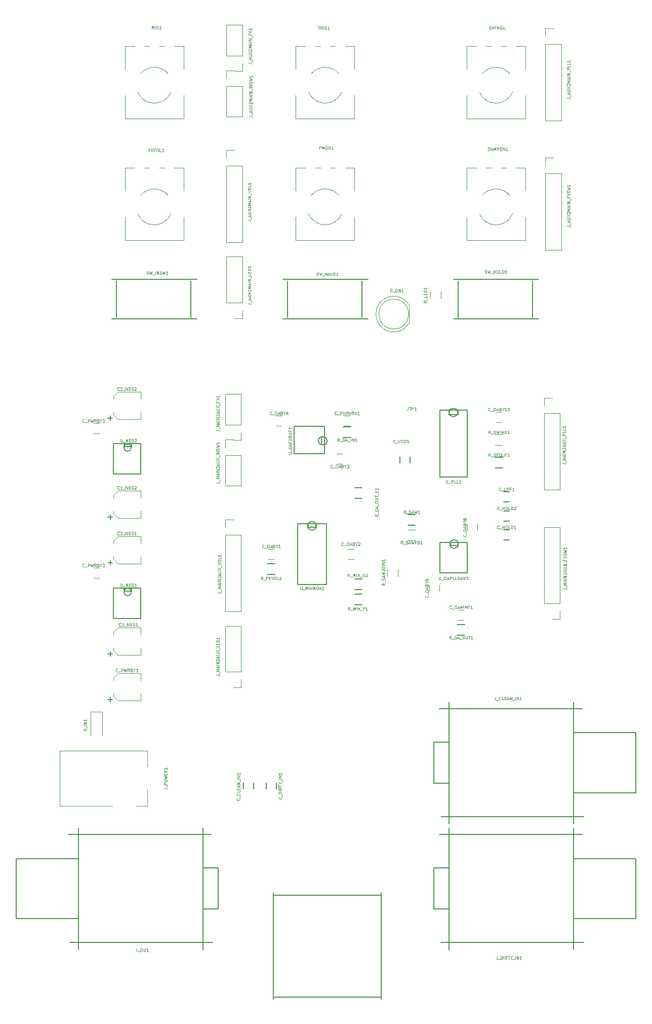
<source format=gbr>
G04 #@! TF.FileFunction,Legend,Top*
%FSLAX46Y46*%
G04 Gerber Fmt 4.6, Leading zero omitted, Abs format (unit mm)*
G04 Created by KiCad (PCBNEW 4.0.7) date 05/06/18 18:03:06*
%MOMM*%
%LPD*%
G01*
G04 APERTURE LIST*
%ADD10C,0.100000*%
%ADD11C,0.150000*%
%ADD12C,0.200000*%
%ADD13C,0.120000*%
%ADD14C,0.015000*%
G04 APERTURE END LIST*
D10*
D11*
X66795618Y-125095000D02*
G75*
G03X66795618Y-125095000I-628618J0D01*
G01*
D12*
X97768531Y-138176000D02*
G75*
G03X97768531Y-138176000I-740531J0D01*
G01*
X121495420Y-141224000D02*
G75*
G03X121495420Y-141224000I-718420J0D01*
G01*
X99524420Y-123952000D02*
G75*
G03X99524420Y-123952000I-718420J0D01*
G01*
X121368420Y-119253000D02*
G75*
G03X121368420Y-119253000I-718420J0D01*
G01*
X66802000Y-149225000D02*
G75*
G03X66802000Y-149225000I-635000J0D01*
G01*
D13*
X85150000Y-154880000D02*
X82490000Y-154880000D01*
X85150000Y-162560000D02*
X85150000Y-154880000D01*
X82490000Y-162560000D02*
X82490000Y-154880000D01*
X85150000Y-162560000D02*
X82490000Y-162560000D01*
X85150000Y-163830000D02*
X85150000Y-165160000D01*
X85150000Y-165160000D02*
X83820000Y-165160000D01*
X138490000Y-138370000D02*
X135830000Y-138370000D01*
X138490000Y-151130000D02*
X138490000Y-138370000D01*
X135830000Y-151130000D02*
X135830000Y-138370000D01*
X138490000Y-151130000D02*
X135830000Y-151130000D01*
X138490000Y-152400000D02*
X138490000Y-153730000D01*
X138490000Y-153730000D02*
X137160000Y-153730000D01*
X73397932Y-65758482D02*
G75*
G02X67873500Y-65759500I-2762432J1171982D01*
G01*
X68337747Y-62658205D02*
G75*
G02X72933500Y-62658500I2297753J-1928295D01*
G01*
X75545500Y-58026500D02*
X75545500Y-61892500D01*
X75545500Y-66281500D02*
X75545500Y-70146500D01*
X65725500Y-58026500D02*
X65725500Y-61892500D01*
X65725500Y-66281500D02*
X65725500Y-70146500D01*
X75545500Y-58026500D02*
X73960500Y-58026500D01*
X72310500Y-58026500D02*
X71460500Y-58026500D01*
X69810500Y-58026500D02*
X68960500Y-58026500D01*
X67310500Y-58026500D02*
X65725500Y-58026500D01*
X75545500Y-70146500D02*
X65725500Y-70146500D01*
X63750000Y-155960000D02*
X63750000Y-156360000D01*
X68330000Y-155190000D02*
X68330000Y-156360000D01*
X68330000Y-159770000D02*
X68330000Y-158600000D01*
X63750000Y-159000000D02*
X63750000Y-158600000D01*
X64520000Y-159770000D02*
X68330000Y-159770000D01*
X64520000Y-159770000D02*
X63750000Y-159000000D01*
X64520000Y-155190000D02*
X68330000Y-155190000D01*
X64520000Y-155190000D02*
X63750000Y-155960000D01*
X63750000Y-133100000D02*
X63750000Y-133500000D01*
X68330000Y-132330000D02*
X68330000Y-133500000D01*
X68330000Y-136910000D02*
X68330000Y-135740000D01*
X63750000Y-136140000D02*
X63750000Y-135740000D01*
X64520000Y-136910000D02*
X68330000Y-136910000D01*
X64520000Y-136910000D02*
X63750000Y-136140000D01*
X64520000Y-132330000D02*
X68330000Y-132330000D01*
X64520000Y-132330000D02*
X63750000Y-133100000D01*
X63750000Y-140720000D02*
X63750000Y-141120000D01*
X68330000Y-139950000D02*
X68330000Y-141120000D01*
X68330000Y-144530000D02*
X68330000Y-143360000D01*
X63750000Y-143760000D02*
X63750000Y-143360000D01*
X64520000Y-144530000D02*
X68330000Y-144530000D01*
X64520000Y-144530000D02*
X63750000Y-143760000D01*
X64520000Y-139950000D02*
X68330000Y-139950000D01*
X64520000Y-139950000D02*
X63750000Y-140720000D01*
X63750000Y-116590000D02*
X63750000Y-116990000D01*
X68330000Y-115820000D02*
X68330000Y-116990000D01*
X68330000Y-120400000D02*
X68330000Y-119230000D01*
X63750000Y-119630000D02*
X63750000Y-119230000D01*
X64520000Y-120400000D02*
X68330000Y-120400000D01*
X64520000Y-120400000D02*
X63750000Y-119630000D01*
X64520000Y-115820000D02*
X68330000Y-115820000D01*
X64520000Y-115820000D02*
X63750000Y-116590000D01*
D11*
X85510000Y-181110000D02*
X85510000Y-182110000D01*
X87210000Y-182110000D02*
X87210000Y-181110000D01*
X89320000Y-181110000D02*
X89320000Y-182110000D01*
X91020000Y-182110000D02*
X91020000Y-181110000D01*
X130040000Y-138850000D02*
X129040000Y-138850000D01*
X129040000Y-140550000D02*
X130040000Y-140550000D01*
X130040000Y-135675000D02*
X129040000Y-135675000D01*
X129040000Y-137375000D02*
X130040000Y-137375000D01*
X130040000Y-132500000D02*
X129040000Y-132500000D01*
X129040000Y-134200000D02*
X130040000Y-134200000D01*
X113372000Y-127627000D02*
X113372000Y-126627000D01*
X111672000Y-126627000D02*
X111672000Y-127627000D01*
D13*
X130547932Y-86078482D02*
G75*
G02X125023500Y-86079500I-2762432J1171982D01*
G01*
X125487747Y-82978205D02*
G75*
G02X130083500Y-82978500I2297753J-1928295D01*
G01*
X132695500Y-78346500D02*
X132695500Y-82212500D01*
X132695500Y-86601500D02*
X132695500Y-90466500D01*
X122875500Y-78346500D02*
X122875500Y-82212500D01*
X122875500Y-86601500D02*
X122875500Y-90466500D01*
X132695500Y-78346500D02*
X131110500Y-78346500D01*
X129460500Y-78346500D02*
X128610500Y-78346500D01*
X126960500Y-78346500D02*
X126110500Y-78346500D01*
X124460500Y-78346500D02*
X122875500Y-78346500D01*
X132695500Y-90466500D02*
X122875500Y-90466500D01*
X61960000Y-169250000D02*
X59960000Y-169250000D01*
X59960000Y-169250000D02*
X59960000Y-173100000D01*
X61960000Y-169250000D02*
X61960000Y-173100000D01*
X107690500Y-102806038D02*
G75*
G03X113240500Y-104351330I2990000J-462D01*
G01*
X107690500Y-102806962D02*
G75*
G02X113240500Y-101261670I2990000J462D01*
G01*
X113180500Y-102806500D02*
G75*
G03X113180500Y-102806500I-2500000J0D01*
G01*
X113240500Y-104351500D02*
X113240500Y-101261500D01*
X101972932Y-86078482D02*
G75*
G02X96448500Y-86079500I-2762432J1171982D01*
G01*
X96912747Y-82978205D02*
G75*
G02X101508500Y-82978500I2297753J-1928295D01*
G01*
X104120500Y-78346500D02*
X104120500Y-82212500D01*
X104120500Y-86601500D02*
X104120500Y-90466500D01*
X94300500Y-78346500D02*
X94300500Y-82212500D01*
X94300500Y-86601500D02*
X94300500Y-90466500D01*
X104120500Y-78346500D02*
X102535500Y-78346500D01*
X100885500Y-78346500D02*
X100035500Y-78346500D01*
X98385500Y-78346500D02*
X97535500Y-78346500D01*
X95885500Y-78346500D02*
X94300500Y-78346500D01*
X104120500Y-90466500D02*
X94300500Y-90466500D01*
X73397932Y-86078482D02*
G75*
G02X67873500Y-86079500I-2762432J1171982D01*
G01*
X68337747Y-82978205D02*
G75*
G02X72933500Y-82978500I2297753J-1928295D01*
G01*
X75545500Y-78346500D02*
X75545500Y-82212500D01*
X75545500Y-86601500D02*
X75545500Y-90466500D01*
X65725500Y-78346500D02*
X65725500Y-82212500D01*
X65725500Y-86601500D02*
X65725500Y-90466500D01*
X75545500Y-78346500D02*
X73960500Y-78346500D01*
X72310500Y-78346500D02*
X71460500Y-78346500D01*
X69810500Y-78346500D02*
X68960500Y-78346500D01*
X67310500Y-78346500D02*
X65725500Y-78346500D01*
X75545500Y-90466500D02*
X65725500Y-90466500D01*
X136020500Y-92071500D02*
X138680500Y-92071500D01*
X136020500Y-79311500D02*
X136020500Y-92071500D01*
X138680500Y-79311500D02*
X138680500Y-92071500D01*
X136020500Y-79311500D02*
X138680500Y-79311500D01*
X136020500Y-78041500D02*
X136020500Y-76711500D01*
X136020500Y-76711500D02*
X137350500Y-76711500D01*
X82680500Y-90801500D02*
X85340500Y-90801500D01*
X82680500Y-78041500D02*
X82680500Y-90801500D01*
X85340500Y-78041500D02*
X85340500Y-90801500D01*
X82680500Y-78041500D02*
X85340500Y-78041500D01*
X82680500Y-76771500D02*
X82680500Y-75441500D01*
X82680500Y-75441500D02*
X84010500Y-75441500D01*
D11*
X151193500Y-182753000D02*
X151193500Y-172720000D01*
X151193500Y-172720000D02*
X140779500Y-172720000D01*
X151193500Y-182753000D02*
X140779500Y-182753000D01*
X117411500Y-177736500D02*
X117411500Y-181165500D01*
X117411500Y-181165500D02*
X119951500Y-181165500D01*
X117411500Y-177736500D02*
X117411500Y-174307500D01*
X117411500Y-174307500D02*
X119951500Y-174307500D01*
X140779500Y-187896500D02*
X140779500Y-167576500D01*
X119951500Y-187896500D02*
X119951500Y-167576500D01*
X118300500Y-168719500D02*
X142176500Y-168719500D01*
X118554500Y-186753500D02*
X142430500Y-186753500D01*
X151193500Y-203771500D02*
X151193500Y-193738500D01*
X151193500Y-193738500D02*
X140779500Y-193738500D01*
X151193500Y-203771500D02*
X140779500Y-203771500D01*
X117411500Y-198755000D02*
X117411500Y-202184000D01*
X117411500Y-202184000D02*
X119951500Y-202184000D01*
X117411500Y-198755000D02*
X117411500Y-195326000D01*
X117411500Y-195326000D02*
X119951500Y-195326000D01*
X140779500Y-208915000D02*
X140779500Y-188595000D01*
X119951500Y-208915000D02*
X119951500Y-188595000D01*
X118300500Y-189738000D02*
X142176500Y-189738000D01*
X118554500Y-207772000D02*
X142430500Y-207772000D01*
D13*
X82490000Y-152460000D02*
X85150000Y-152460000D01*
X82490000Y-139700000D02*
X82490000Y-152460000D01*
X85150000Y-139700000D02*
X85150000Y-152460000D01*
X82490000Y-139700000D02*
X85150000Y-139700000D01*
X82490000Y-138430000D02*
X82490000Y-137100000D01*
X82490000Y-137100000D02*
X83820000Y-137100000D01*
D11*
X47498000Y-193738500D02*
X47498000Y-203771500D01*
X47498000Y-203771500D02*
X57912000Y-203771500D01*
X47498000Y-193738500D02*
X57912000Y-193738500D01*
X81280000Y-198755000D02*
X81280000Y-195326000D01*
X81280000Y-195326000D02*
X78740000Y-195326000D01*
X81280000Y-198755000D02*
X81280000Y-202184000D01*
X81280000Y-202184000D02*
X78740000Y-202184000D01*
X57912000Y-188595000D02*
X57912000Y-208915000D01*
X78740000Y-188595000D02*
X78740000Y-208915000D01*
X80391000Y-207772000D02*
X56515000Y-207772000D01*
X80137000Y-189738000D02*
X56261000Y-189738000D01*
D13*
X63580000Y-184940000D02*
X54780000Y-184940000D01*
X54780000Y-184940000D02*
X54780000Y-175740000D01*
X69480000Y-182240000D02*
X69480000Y-184940000D01*
X69480000Y-184940000D02*
X67580000Y-184940000D01*
X54780000Y-175740000D02*
X69480000Y-175740000D01*
X69480000Y-175740000D02*
X69480000Y-178340000D01*
D11*
X89570000Y-144540000D02*
X90770000Y-144540000D01*
X90770000Y-146290000D02*
X89570000Y-146290000D01*
X105375000Y-151370000D02*
X104175000Y-151370000D01*
X104175000Y-149620000D02*
X105375000Y-149620000D01*
X105375000Y-148830000D02*
X104175000Y-148830000D01*
X104175000Y-147080000D02*
X105375000Y-147080000D01*
X102270000Y-121680000D02*
X103470000Y-121680000D01*
X103470000Y-123430000D02*
X102270000Y-123430000D01*
X122520000Y-156450000D02*
X121320000Y-156450000D01*
X121320000Y-154700000D02*
X122520000Y-154700000D01*
X105375000Y-133590000D02*
X104175000Y-133590000D01*
X104175000Y-131840000D02*
X105375000Y-131840000D01*
X113065000Y-136285000D02*
X114265000Y-136285000D01*
X114265000Y-138035000D02*
X113065000Y-138035000D01*
D13*
X130547932Y-65758482D02*
G75*
G02X125023500Y-65759500I-2762432J1171982D01*
G01*
X125487747Y-62658205D02*
G75*
G02X130083500Y-62658500I2297753J-1928295D01*
G01*
X132695500Y-58026500D02*
X132695500Y-61892500D01*
X132695500Y-66281500D02*
X132695500Y-70146500D01*
X122875500Y-58026500D02*
X122875500Y-61892500D01*
X122875500Y-66281500D02*
X122875500Y-70146500D01*
X132695500Y-58026500D02*
X131110500Y-58026500D01*
X129460500Y-58026500D02*
X128610500Y-58026500D01*
X126960500Y-58026500D02*
X126110500Y-58026500D01*
X124460500Y-58026500D02*
X122875500Y-58026500D01*
X132695500Y-70146500D02*
X122875500Y-70146500D01*
D11*
X108458000Y-216852500D02*
X91948000Y-216852500D01*
X91948000Y-216852500D02*
X90678000Y-216852500D01*
X90551000Y-217233500D02*
X90551000Y-199453500D01*
X90678000Y-199834500D02*
X108458000Y-199834500D01*
X108585000Y-199453500D02*
X108585000Y-217233500D01*
X121475500Y-97218500D02*
X121475500Y-103314500D01*
X133921500Y-97218500D02*
X133921500Y-103314500D01*
X120713500Y-96964500D02*
X134937500Y-96964500D01*
X134937500Y-103568500D02*
X120713500Y-103568500D01*
X64325500Y-97218500D02*
X64325500Y-103314500D01*
X76771500Y-97218500D02*
X76771500Y-103314500D01*
X63563500Y-96964500D02*
X77787500Y-96964500D01*
X77787500Y-103568500D02*
X63563500Y-103568500D01*
X92900500Y-97218500D02*
X92900500Y-103314500D01*
X105346500Y-97218500D02*
X105346500Y-103314500D01*
X92138500Y-96964500D02*
X106362500Y-96964500D01*
X106362500Y-103568500D02*
X92138500Y-103568500D01*
D13*
X101972932Y-65758482D02*
G75*
G02X96448500Y-65759500I-2762432J1171982D01*
G01*
X96912747Y-62658205D02*
G75*
G02X101508500Y-62658500I2297753J-1928295D01*
G01*
X104120500Y-58026500D02*
X104120500Y-61892500D01*
X104120500Y-66281500D02*
X104120500Y-70146500D01*
X94300500Y-58026500D02*
X94300500Y-61892500D01*
X94300500Y-66281500D02*
X94300500Y-70146500D01*
X104120500Y-58026500D02*
X102535500Y-58026500D01*
X100885500Y-58026500D02*
X100035500Y-58026500D01*
X98385500Y-58026500D02*
X97535500Y-58026500D01*
X95885500Y-58026500D02*
X94300500Y-58026500D01*
X104120500Y-70146500D02*
X94300500Y-70146500D01*
D11*
X68326000Y-148590000D02*
X68326000Y-153670000D01*
X68326000Y-153670000D02*
X63754000Y-153670000D01*
X63754000Y-153670000D02*
X63754000Y-148590000D01*
X63754000Y-148590000D02*
X68326000Y-148590000D01*
X66802000Y-148590000D02*
X66802000Y-149098000D01*
X66802000Y-149098000D02*
X65532000Y-149098000D01*
X65532000Y-149098000D02*
X65532000Y-148590000D01*
X68326000Y-124460000D02*
X68326000Y-129540000D01*
X68326000Y-129540000D02*
X63754000Y-129540000D01*
X63754000Y-129540000D02*
X63754000Y-124460000D01*
X63754000Y-124460000D02*
X68326000Y-124460000D01*
X66802000Y-124460000D02*
X66802000Y-124968000D01*
X66802000Y-124968000D02*
X65532000Y-124968000D01*
X65532000Y-124968000D02*
X65532000Y-124460000D01*
D13*
X89670000Y-143725000D02*
X90670000Y-143725000D01*
X90670000Y-142025000D02*
X89670000Y-142025000D01*
X104005000Y-142025000D02*
X103005000Y-142025000D01*
X103005000Y-143725000D02*
X104005000Y-143725000D01*
X102100000Y-126150000D02*
X101100000Y-126150000D01*
X101100000Y-127850000D02*
X102100000Y-127850000D01*
X90940000Y-121500000D02*
X91940000Y-121500000D01*
X91940000Y-119800000D02*
X90940000Y-119800000D01*
X128770000Y-119165000D02*
X127770000Y-119165000D01*
X127770000Y-120865000D02*
X128770000Y-120865000D01*
X60460000Y-146900000D02*
X61460000Y-146900000D01*
X61460000Y-145200000D02*
X60460000Y-145200000D01*
X60460000Y-122770000D02*
X61460000Y-122770000D01*
X61460000Y-121070000D02*
X60460000Y-121070000D01*
X85340500Y-93221500D02*
X82680500Y-93221500D01*
X85340500Y-100901500D02*
X85340500Y-93221500D01*
X82680500Y-100901500D02*
X82680500Y-93221500D01*
X85340500Y-100901500D02*
X82680500Y-100901500D01*
X85340500Y-102171500D02*
X85340500Y-103501500D01*
X85340500Y-103501500D02*
X84010500Y-103501500D01*
X118545500Y-99031500D02*
X118545500Y-100231500D01*
X116785500Y-100231500D02*
X116785500Y-99031500D01*
X63750000Y-163580000D02*
X63750000Y-163980000D01*
X68330000Y-162810000D02*
X68330000Y-163980000D01*
X68330000Y-167390000D02*
X68330000Y-166220000D01*
X63750000Y-166620000D02*
X63750000Y-166220000D01*
X64520000Y-167390000D02*
X68330000Y-167390000D01*
X64520000Y-167390000D02*
X63750000Y-166620000D01*
X64520000Y-162810000D02*
X68330000Y-162810000D01*
X64520000Y-162810000D02*
X63750000Y-163580000D01*
X121420000Y-153885000D02*
X122420000Y-153885000D01*
X122420000Y-152185000D02*
X121420000Y-152185000D01*
X114265000Y-140580000D02*
X113065000Y-140580000D01*
X113065000Y-138820000D02*
X114265000Y-138820000D01*
X111370000Y-145450000D02*
X111370000Y-146650000D01*
X109610000Y-146650000D02*
X109610000Y-145450000D01*
X127670000Y-122945000D02*
X128870000Y-122945000D01*
X128870000Y-124705000D02*
X127670000Y-124705000D01*
D11*
X99441000Y-147955000D02*
X94615000Y-147955000D01*
X94615000Y-147955000D02*
X94615000Y-137795000D01*
X94615000Y-137795000D02*
X99441000Y-137795000D01*
X99441000Y-137795000D02*
X99441000Y-147955000D01*
X97663000Y-137795000D02*
X97663000Y-138430000D01*
X97663000Y-138430000D02*
X96393000Y-138430000D01*
X96393000Y-138430000D02*
X96393000Y-137795000D01*
X99060000Y-126111000D02*
X93980000Y-126111000D01*
X93980000Y-126111000D02*
X93980000Y-121539000D01*
X93980000Y-121539000D02*
X99060000Y-121539000D01*
X99060000Y-121539000D02*
X99060000Y-126111000D01*
X99060000Y-124587000D02*
X98552000Y-124587000D01*
X98552000Y-124587000D02*
X98552000Y-123317000D01*
X98552000Y-123317000D02*
X99060000Y-123317000D01*
X122936000Y-140970000D02*
X122936000Y-146050000D01*
X122936000Y-146050000D02*
X118364000Y-146050000D01*
X118364000Y-146050000D02*
X118364000Y-140970000D01*
X118364000Y-140970000D02*
X122936000Y-140970000D01*
X121412000Y-140970000D02*
X121412000Y-141478000D01*
X121412000Y-141478000D02*
X120142000Y-141478000D01*
X120142000Y-141478000D02*
X120142000Y-140970000D01*
X121412000Y-118872000D02*
X121412000Y-119634000D01*
X121412000Y-119634000D02*
X119888000Y-119634000D01*
X119888000Y-119634000D02*
X119888000Y-118872000D01*
X122936000Y-130048000D02*
X118364000Y-130048000D01*
X118364000Y-130048000D02*
X118364000Y-118872000D01*
X118364000Y-118872000D02*
X122936000Y-118872000D01*
X122936000Y-118872000D02*
X122936000Y-130048000D01*
X128870000Y-128510000D02*
X127670000Y-128510000D01*
X127670000Y-126760000D02*
X128870000Y-126760000D01*
D13*
X135830000Y-132140000D02*
X138490000Y-132140000D01*
X135830000Y-119380000D02*
X135830000Y-132140000D01*
X138490000Y-119380000D02*
X138490000Y-132140000D01*
X135830000Y-119380000D02*
X138490000Y-119380000D01*
X135830000Y-118110000D02*
X135830000Y-116780000D01*
X135830000Y-116780000D02*
X137160000Y-116780000D01*
X136020500Y-70481500D02*
X138680500Y-70481500D01*
X136020500Y-57721500D02*
X136020500Y-70481500D01*
X138680500Y-57721500D02*
X138680500Y-70481500D01*
X136020500Y-57721500D02*
X138680500Y-57721500D01*
X136020500Y-56451500D02*
X136020500Y-55121500D01*
X136020500Y-55121500D02*
X137350500Y-55121500D01*
X103370000Y-119800000D02*
X102370000Y-119800000D01*
X102370000Y-121500000D02*
X103370000Y-121500000D01*
X118325000Y-149090000D02*
X118325000Y-148090000D01*
X116625000Y-148090000D02*
X116625000Y-149090000D01*
X122975000Y-137930000D02*
X122975000Y-138930000D01*
X124675000Y-138930000D02*
X124675000Y-137930000D01*
X85340500Y-54486500D02*
X82680500Y-54486500D01*
X85340500Y-59626500D02*
X85340500Y-54486500D01*
X82680500Y-59626500D02*
X82680500Y-54486500D01*
X85340500Y-59626500D02*
X82680500Y-59626500D01*
X85340500Y-60896500D02*
X85340500Y-62226500D01*
X85340500Y-62226500D02*
X84010500Y-62226500D01*
X82680500Y-69846500D02*
X85340500Y-69846500D01*
X82680500Y-64706500D02*
X82680500Y-69846500D01*
X85340500Y-64706500D02*
X85340500Y-69846500D01*
X82680500Y-64706500D02*
X85340500Y-64706500D01*
X82680500Y-63436500D02*
X82680500Y-62106500D01*
X82680500Y-62106500D02*
X84010500Y-62106500D01*
X85150000Y-116145000D02*
X82490000Y-116145000D01*
X85150000Y-121285000D02*
X85150000Y-116145000D01*
X82490000Y-121285000D02*
X82490000Y-116145000D01*
X85150000Y-121285000D02*
X82490000Y-121285000D01*
X85150000Y-122555000D02*
X85150000Y-123885000D01*
X85150000Y-123885000D02*
X83820000Y-123885000D01*
X82490000Y-131505000D02*
X85150000Y-131505000D01*
X82490000Y-126365000D02*
X82490000Y-131505000D01*
X85150000Y-126365000D02*
X85150000Y-131505000D01*
X82490000Y-126365000D02*
X85150000Y-126365000D01*
X82490000Y-125095000D02*
X82490000Y-123765000D01*
X82490000Y-123765000D02*
X83820000Y-123765000D01*
D14*
X81006190Y-163079522D02*
X81363333Y-163079522D01*
X81434762Y-163103332D01*
X81482381Y-163150951D01*
X81506190Y-163222379D01*
X81506190Y-163269998D01*
X81553810Y-162960475D02*
X81553810Y-162579523D01*
X81506190Y-162460475D02*
X81006190Y-162460475D01*
X81363333Y-162293809D01*
X81006190Y-162127142D01*
X81506190Y-162127142D01*
X81363333Y-161912856D02*
X81363333Y-161674761D01*
X81506190Y-161960475D02*
X81006190Y-161793808D01*
X81506190Y-161627142D01*
X81506190Y-161460475D02*
X81006190Y-161460475D01*
X81506190Y-161222380D02*
X81006190Y-161222380D01*
X81506190Y-160936666D01*
X81006190Y-160936666D01*
X81053810Y-160722380D02*
X81030000Y-160698570D01*
X81006190Y-160650951D01*
X81006190Y-160531904D01*
X81030000Y-160484285D01*
X81053810Y-160460475D01*
X81101429Y-160436666D01*
X81149048Y-160436666D01*
X81220476Y-160460475D01*
X81506190Y-160746189D01*
X81506190Y-160436666D01*
X81363333Y-160246190D02*
X81363333Y-160008095D01*
X81506190Y-160293809D02*
X81006190Y-160127142D01*
X81506190Y-159960476D01*
X81006190Y-159793809D02*
X81410952Y-159793809D01*
X81458571Y-159770000D01*
X81482381Y-159746190D01*
X81506190Y-159698571D01*
X81506190Y-159603333D01*
X81482381Y-159555714D01*
X81458571Y-159531905D01*
X81410952Y-159508095D01*
X81006190Y-159508095D01*
X81006190Y-159317618D02*
X81506190Y-158984285D01*
X81006190Y-158984285D02*
X81506190Y-159317618D01*
X81553810Y-158912857D02*
X81553810Y-158531905D01*
X81506190Y-158174762D02*
X81506190Y-158412857D01*
X81006190Y-158412857D01*
X81244286Y-158008095D02*
X81244286Y-157841429D01*
X81506190Y-157770000D02*
X81506190Y-158008095D01*
X81006190Y-158008095D01*
X81006190Y-157770000D01*
X81506190Y-157555714D02*
X81006190Y-157555714D01*
X81006190Y-157436667D01*
X81030000Y-157365238D01*
X81077619Y-157317619D01*
X81125238Y-157293810D01*
X81220476Y-157270000D01*
X81291905Y-157270000D01*
X81387143Y-157293810D01*
X81434762Y-157317619D01*
X81482381Y-157365238D01*
X81506190Y-157436667D01*
X81506190Y-157555714D01*
X81506190Y-156793810D02*
X81506190Y-157079524D01*
X81506190Y-156936667D02*
X81006190Y-156936667D01*
X81077619Y-156984286D01*
X81125238Y-157031905D01*
X81149048Y-157079524D01*
X139045190Y-148645141D02*
X139402333Y-148645141D01*
X139473762Y-148668951D01*
X139521381Y-148716570D01*
X139545190Y-148787998D01*
X139545190Y-148835617D01*
X139592810Y-148526094D02*
X139592810Y-148145142D01*
X139545190Y-148026094D02*
X139045190Y-148026094D01*
X139402333Y-147859428D01*
X139045190Y-147692761D01*
X139545190Y-147692761D01*
X139402333Y-147478475D02*
X139402333Y-147240380D01*
X139545190Y-147526094D02*
X139045190Y-147359427D01*
X139545190Y-147192761D01*
X139545190Y-147026094D02*
X139045190Y-147026094D01*
X139545190Y-146787999D02*
X139045190Y-146787999D01*
X139545190Y-146502285D01*
X139045190Y-146502285D01*
X139092810Y-146287999D02*
X139069000Y-146264189D01*
X139045190Y-146216570D01*
X139045190Y-146097523D01*
X139069000Y-146049904D01*
X139092810Y-146026094D01*
X139140429Y-146002285D01*
X139188048Y-146002285D01*
X139259476Y-146026094D01*
X139545190Y-146311808D01*
X139545190Y-146002285D01*
X139402333Y-145811809D02*
X139402333Y-145573714D01*
X139545190Y-145859428D02*
X139045190Y-145692761D01*
X139545190Y-145526095D01*
X139045190Y-145359428D02*
X139449952Y-145359428D01*
X139497571Y-145335619D01*
X139521381Y-145311809D01*
X139545190Y-145264190D01*
X139545190Y-145168952D01*
X139521381Y-145121333D01*
X139497571Y-145097524D01*
X139449952Y-145073714D01*
X139045190Y-145073714D01*
X139045190Y-144883237D02*
X139545190Y-144549904D01*
X139045190Y-144549904D02*
X139545190Y-144883237D01*
X139592810Y-144478476D02*
X139592810Y-144097524D01*
X139283286Y-143811810D02*
X139283286Y-143978476D01*
X139545190Y-143978476D02*
X139045190Y-143978476D01*
X139045190Y-143740381D01*
X139045190Y-143597524D02*
X139545190Y-143264191D01*
X139045190Y-143264191D02*
X139545190Y-143597524D01*
X139521381Y-143097525D02*
X139545190Y-143026096D01*
X139545190Y-142907049D01*
X139521381Y-142859430D01*
X139497571Y-142835620D01*
X139449952Y-142811811D01*
X139402333Y-142811811D01*
X139354714Y-142835620D01*
X139330905Y-142859430D01*
X139307095Y-142907049D01*
X139283286Y-143002287D01*
X139259476Y-143049906D01*
X139235667Y-143073715D01*
X139188048Y-143097525D01*
X139140429Y-143097525D01*
X139092810Y-143073715D01*
X139069000Y-143049906D01*
X139045190Y-143002287D01*
X139045190Y-142883239D01*
X139069000Y-142811811D01*
X139045190Y-142645144D02*
X139545190Y-142526097D01*
X139188048Y-142430859D01*
X139545190Y-142335621D01*
X139045190Y-142216573D01*
X139545190Y-141764192D02*
X139545190Y-142049906D01*
X139545190Y-141907049D02*
X139045190Y-141907049D01*
X139116619Y-141954668D01*
X139164238Y-142002287D01*
X139188048Y-142049906D01*
X70231096Y-55153690D02*
X70231096Y-54653690D01*
X70397762Y-55010833D01*
X70564429Y-54653690D01*
X70564429Y-55153690D01*
X70802525Y-55153690D02*
X70802525Y-54653690D01*
X70993001Y-54653690D02*
X71326334Y-55153690D01*
X71326334Y-54653690D02*
X70993001Y-55153690D01*
X71778714Y-55153690D02*
X71493000Y-55153690D01*
X71635857Y-55153690D02*
X71635857Y-54653690D01*
X71588238Y-54725119D01*
X71540619Y-54772738D01*
X71493000Y-54796548D01*
X65044001Y-154864571D02*
X65020191Y-154888381D01*
X64948763Y-154912190D01*
X64901144Y-154912190D01*
X64829715Y-154888381D01*
X64782096Y-154840762D01*
X64758287Y-154793143D01*
X64734477Y-154697905D01*
X64734477Y-154626476D01*
X64758287Y-154531238D01*
X64782096Y-154483619D01*
X64829715Y-154436000D01*
X64901144Y-154412190D01*
X64948763Y-154412190D01*
X65020191Y-154436000D01*
X65044001Y-154459810D01*
X65520191Y-154912190D02*
X65234477Y-154912190D01*
X65377334Y-154912190D02*
X65377334Y-154412190D01*
X65329715Y-154483619D01*
X65282096Y-154531238D01*
X65234477Y-154555048D01*
X65615429Y-154959810D02*
X65996381Y-154959810D01*
X66115429Y-154912190D02*
X66115429Y-154412190D01*
X66401143Y-154912190D01*
X66401143Y-154412190D01*
X66639239Y-154650286D02*
X66805905Y-154650286D01*
X66877334Y-154912190D02*
X66639239Y-154912190D01*
X66639239Y-154412190D01*
X66877334Y-154412190D01*
X67353524Y-154436000D02*
X67305905Y-154412190D01*
X67234477Y-154412190D01*
X67163048Y-154436000D01*
X67115429Y-154483619D01*
X67091620Y-154531238D01*
X67067810Y-154626476D01*
X67067810Y-154697905D01*
X67091620Y-154793143D01*
X67115429Y-154840762D01*
X67163048Y-154888381D01*
X67234477Y-154912190D01*
X67282096Y-154912190D01*
X67353524Y-154888381D01*
X67377334Y-154864571D01*
X67377334Y-154697905D01*
X67282096Y-154697905D01*
X67853524Y-154912190D02*
X67567810Y-154912190D01*
X67710667Y-154912190D02*
X67710667Y-154412190D01*
X67663048Y-154483619D01*
X67615429Y-154531238D01*
X67567810Y-154555048D01*
D11*
X62889048Y-159561429D02*
X63650953Y-159561429D01*
X63270001Y-159942381D02*
X63270001Y-159180476D01*
D14*
X64790001Y-132004571D02*
X64766191Y-132028381D01*
X64694763Y-132052190D01*
X64647144Y-132052190D01*
X64575715Y-132028381D01*
X64528096Y-131980762D01*
X64504287Y-131933143D01*
X64480477Y-131837905D01*
X64480477Y-131766476D01*
X64504287Y-131671238D01*
X64528096Y-131623619D01*
X64575715Y-131576000D01*
X64647144Y-131552190D01*
X64694763Y-131552190D01*
X64766191Y-131576000D01*
X64790001Y-131599810D01*
X65266191Y-132052190D02*
X64980477Y-132052190D01*
X65123334Y-132052190D02*
X65123334Y-131552190D01*
X65075715Y-131623619D01*
X65028096Y-131671238D01*
X64980477Y-131695048D01*
X65361429Y-132099810D02*
X65742381Y-132099810D01*
X65861429Y-132052190D02*
X65861429Y-131552190D01*
X66147143Y-132052190D01*
X66147143Y-131552190D01*
X66385239Y-131790286D02*
X66551905Y-131790286D01*
X66623334Y-132052190D02*
X66385239Y-132052190D01*
X66385239Y-131552190D01*
X66623334Y-131552190D01*
X67099524Y-131576000D02*
X67051905Y-131552190D01*
X66980477Y-131552190D01*
X66909048Y-131576000D01*
X66861429Y-131623619D01*
X66837620Y-131671238D01*
X66813810Y-131766476D01*
X66813810Y-131837905D01*
X66837620Y-131933143D01*
X66861429Y-131980762D01*
X66909048Y-132028381D01*
X66980477Y-132052190D01*
X67028096Y-132052190D01*
X67099524Y-132028381D01*
X67123334Y-132004571D01*
X67123334Y-131837905D01*
X67028096Y-131837905D01*
X67313810Y-131599810D02*
X67337620Y-131576000D01*
X67385239Y-131552190D01*
X67504286Y-131552190D01*
X67551905Y-131576000D01*
X67575715Y-131599810D01*
X67599524Y-131647429D01*
X67599524Y-131695048D01*
X67575715Y-131766476D01*
X67290001Y-132052190D01*
X67599524Y-132052190D01*
D11*
X62889048Y-136701429D02*
X63650953Y-136701429D01*
X63270001Y-137082381D02*
X63270001Y-136320476D01*
D14*
X64790001Y-139624571D02*
X64766191Y-139648381D01*
X64694763Y-139672190D01*
X64647144Y-139672190D01*
X64575715Y-139648381D01*
X64528096Y-139600762D01*
X64504287Y-139553143D01*
X64480477Y-139457905D01*
X64480477Y-139386476D01*
X64504287Y-139291238D01*
X64528096Y-139243619D01*
X64575715Y-139196000D01*
X64647144Y-139172190D01*
X64694763Y-139172190D01*
X64766191Y-139196000D01*
X64790001Y-139219810D01*
X64980477Y-139219810D02*
X65004287Y-139196000D01*
X65051906Y-139172190D01*
X65170953Y-139172190D01*
X65218572Y-139196000D01*
X65242382Y-139219810D01*
X65266191Y-139267429D01*
X65266191Y-139315048D01*
X65242382Y-139386476D01*
X64956668Y-139672190D01*
X65266191Y-139672190D01*
X65361429Y-139719810D02*
X65742381Y-139719810D01*
X65861429Y-139672190D02*
X65861429Y-139172190D01*
X66147143Y-139672190D01*
X66147143Y-139172190D01*
X66385239Y-139410286D02*
X66551905Y-139410286D01*
X66623334Y-139672190D02*
X66385239Y-139672190D01*
X66385239Y-139172190D01*
X66623334Y-139172190D01*
X67099524Y-139196000D02*
X67051905Y-139172190D01*
X66980477Y-139172190D01*
X66909048Y-139196000D01*
X66861429Y-139243619D01*
X66837620Y-139291238D01*
X66813810Y-139386476D01*
X66813810Y-139457905D01*
X66837620Y-139553143D01*
X66861429Y-139600762D01*
X66909048Y-139648381D01*
X66980477Y-139672190D01*
X67028096Y-139672190D01*
X67099524Y-139648381D01*
X67123334Y-139624571D01*
X67123334Y-139457905D01*
X67028096Y-139457905D01*
X67599524Y-139672190D02*
X67313810Y-139672190D01*
X67456667Y-139672190D02*
X67456667Y-139172190D01*
X67409048Y-139243619D01*
X67361429Y-139291238D01*
X67313810Y-139315048D01*
D11*
X62889048Y-144321429D02*
X63650953Y-144321429D01*
X63270001Y-144702381D02*
X63270001Y-143940476D01*
D14*
X64790001Y-115494571D02*
X64766191Y-115518381D01*
X64694763Y-115542190D01*
X64647144Y-115542190D01*
X64575715Y-115518381D01*
X64528096Y-115470762D01*
X64504287Y-115423143D01*
X64480477Y-115327905D01*
X64480477Y-115256476D01*
X64504287Y-115161238D01*
X64528096Y-115113619D01*
X64575715Y-115066000D01*
X64647144Y-115042190D01*
X64694763Y-115042190D01*
X64766191Y-115066000D01*
X64790001Y-115089810D01*
X64980477Y-115089810D02*
X65004287Y-115066000D01*
X65051906Y-115042190D01*
X65170953Y-115042190D01*
X65218572Y-115066000D01*
X65242382Y-115089810D01*
X65266191Y-115137429D01*
X65266191Y-115185048D01*
X65242382Y-115256476D01*
X64956668Y-115542190D01*
X65266191Y-115542190D01*
X65361429Y-115589810D02*
X65742381Y-115589810D01*
X65861429Y-115542190D02*
X65861429Y-115042190D01*
X66147143Y-115542190D01*
X66147143Y-115042190D01*
X66385239Y-115280286D02*
X66551905Y-115280286D01*
X66623334Y-115542190D02*
X66385239Y-115542190D01*
X66385239Y-115042190D01*
X66623334Y-115042190D01*
X67099524Y-115066000D02*
X67051905Y-115042190D01*
X66980477Y-115042190D01*
X66909048Y-115066000D01*
X66861429Y-115113619D01*
X66837620Y-115161238D01*
X66813810Y-115256476D01*
X66813810Y-115327905D01*
X66837620Y-115423143D01*
X66861429Y-115470762D01*
X66909048Y-115518381D01*
X66980477Y-115542190D01*
X67028096Y-115542190D01*
X67099524Y-115518381D01*
X67123334Y-115494571D01*
X67123334Y-115327905D01*
X67028096Y-115327905D01*
X67313810Y-115089810D02*
X67337620Y-115066000D01*
X67385239Y-115042190D01*
X67504286Y-115042190D01*
X67551905Y-115066000D01*
X67575715Y-115089810D01*
X67599524Y-115137429D01*
X67599524Y-115185048D01*
X67575715Y-115256476D01*
X67290001Y-115542190D01*
X67599524Y-115542190D01*
D11*
X62889048Y-120191429D02*
X63650953Y-120191429D01*
X63270001Y-120572381D02*
X63270001Y-119810476D01*
D14*
X84887571Y-183736999D02*
X84911381Y-183760809D01*
X84935190Y-183832237D01*
X84935190Y-183879856D01*
X84911381Y-183951285D01*
X84863762Y-183998904D01*
X84816143Y-184022713D01*
X84720905Y-184046523D01*
X84649476Y-184046523D01*
X84554238Y-184022713D01*
X84506619Y-183998904D01*
X84459000Y-183951285D01*
X84435190Y-183879856D01*
X84435190Y-183832237D01*
X84459000Y-183760809D01*
X84482810Y-183736999D01*
X84982810Y-183641761D02*
X84982810Y-183260809D01*
X84887571Y-182856047D02*
X84911381Y-182879857D01*
X84935190Y-182951285D01*
X84935190Y-182998904D01*
X84911381Y-183070333D01*
X84863762Y-183117952D01*
X84816143Y-183141761D01*
X84720905Y-183165571D01*
X84649476Y-183165571D01*
X84554238Y-183141761D01*
X84506619Y-183117952D01*
X84459000Y-183070333D01*
X84435190Y-182998904D01*
X84435190Y-182951285D01*
X84459000Y-182879857D01*
X84482810Y-182856047D01*
X84935190Y-182403666D02*
X84935190Y-182641761D01*
X84435190Y-182641761D01*
X84673286Y-182236999D02*
X84673286Y-182070333D01*
X84935190Y-181998904D02*
X84935190Y-182236999D01*
X84435190Y-182236999D01*
X84435190Y-181998904D01*
X84792333Y-181808428D02*
X84792333Y-181570333D01*
X84935190Y-181856047D02*
X84435190Y-181689380D01*
X84935190Y-181522714D01*
X84935190Y-181356047D02*
X84435190Y-181356047D01*
X84935190Y-181070333D01*
X84435190Y-181070333D01*
X84982810Y-180951285D02*
X84982810Y-180570333D01*
X84935190Y-180451285D02*
X84435190Y-180451285D01*
X84935190Y-180213190D02*
X84435190Y-180213190D01*
X84935190Y-179927476D01*
X84435190Y-179927476D01*
X84935190Y-179427476D02*
X84935190Y-179713190D01*
X84935190Y-179570333D02*
X84435190Y-179570333D01*
X84506619Y-179617952D01*
X84554238Y-179665571D01*
X84578048Y-179713190D01*
X91872571Y-183479046D02*
X91896381Y-183502856D01*
X91920190Y-183574284D01*
X91920190Y-183621903D01*
X91896381Y-183693332D01*
X91848762Y-183740951D01*
X91801143Y-183764760D01*
X91705905Y-183788570D01*
X91634476Y-183788570D01*
X91539238Y-183764760D01*
X91491619Y-183740951D01*
X91444000Y-183693332D01*
X91420190Y-183621903D01*
X91420190Y-183574284D01*
X91444000Y-183502856D01*
X91467810Y-183479046D01*
X91967810Y-183383808D02*
X91967810Y-183002856D01*
X91920190Y-182883808D02*
X91420190Y-182883808D01*
X91420190Y-182764761D01*
X91444000Y-182693332D01*
X91491619Y-182645713D01*
X91539238Y-182621904D01*
X91634476Y-182598094D01*
X91705905Y-182598094D01*
X91801143Y-182621904D01*
X91848762Y-182645713D01*
X91896381Y-182693332D01*
X91920190Y-182764761D01*
X91920190Y-182883808D01*
X91920190Y-182383808D02*
X91420190Y-182383808D01*
X91920190Y-181859999D02*
X91682095Y-182026666D01*
X91920190Y-182145713D02*
X91420190Y-182145713D01*
X91420190Y-181955237D01*
X91444000Y-181907618D01*
X91467810Y-181883809D01*
X91515429Y-181859999D01*
X91586857Y-181859999D01*
X91634476Y-181883809D01*
X91658286Y-181907618D01*
X91682095Y-181955237D01*
X91682095Y-182145713D01*
X91420190Y-181717142D02*
X91420190Y-181431428D01*
X91920190Y-181574285D02*
X91420190Y-181574285D01*
X91682095Y-181169523D02*
X91920190Y-181169523D01*
X91420190Y-181336190D02*
X91682095Y-181169523D01*
X91420190Y-181002857D01*
X91967810Y-180955238D02*
X91967810Y-180574286D01*
X91920190Y-180455238D02*
X91420190Y-180455238D01*
X91920190Y-180217143D02*
X91420190Y-180217143D01*
X91920190Y-179931429D01*
X91420190Y-179931429D01*
X91920190Y-179431429D02*
X91920190Y-179717143D01*
X91920190Y-179574286D02*
X91420190Y-179574286D01*
X91491619Y-179621905D01*
X91539238Y-179669524D01*
X91563048Y-179717143D01*
X128290000Y-138608571D02*
X128266190Y-138632381D01*
X128194762Y-138656190D01*
X128147143Y-138656190D01*
X128075714Y-138632381D01*
X128028095Y-138584762D01*
X128004286Y-138537143D01*
X127980476Y-138441905D01*
X127980476Y-138370476D01*
X128004286Y-138275238D01*
X128028095Y-138227619D01*
X128075714Y-138180000D01*
X128147143Y-138156190D01*
X128194762Y-138156190D01*
X128266190Y-138180000D01*
X128290000Y-138203810D01*
X128385238Y-138703810D02*
X128766190Y-138703810D01*
X128885238Y-138656190D02*
X128885238Y-138156190D01*
X128885238Y-138394286D02*
X129170952Y-138394286D01*
X129170952Y-138656190D02*
X129170952Y-138156190D01*
X129504286Y-138156190D02*
X129599524Y-138156190D01*
X129647143Y-138180000D01*
X129694762Y-138227619D01*
X129718571Y-138322857D01*
X129718571Y-138489524D01*
X129694762Y-138584762D01*
X129647143Y-138632381D01*
X129599524Y-138656190D01*
X129504286Y-138656190D01*
X129456667Y-138632381D01*
X129409048Y-138584762D01*
X129385238Y-138489524D01*
X129385238Y-138322857D01*
X129409048Y-138227619D01*
X129456667Y-138180000D01*
X129504286Y-138156190D01*
X130170953Y-138656190D02*
X129932858Y-138656190D01*
X129932858Y-138156190D01*
X130337620Y-138656190D02*
X130337620Y-138156190D01*
X130456667Y-138156190D01*
X130528096Y-138180000D01*
X130575715Y-138227619D01*
X130599524Y-138275238D01*
X130623334Y-138370476D01*
X130623334Y-138441905D01*
X130599524Y-138537143D01*
X130575715Y-138584762D01*
X130528096Y-138632381D01*
X130456667Y-138656190D01*
X130337620Y-138656190D01*
X131099524Y-138656190D02*
X130813810Y-138656190D01*
X130956667Y-138656190D02*
X130956667Y-138156190D01*
X130909048Y-138227619D01*
X130861429Y-138275238D01*
X130813810Y-138299048D01*
X128290000Y-135433571D02*
X128266190Y-135457381D01*
X128194762Y-135481190D01*
X128147143Y-135481190D01*
X128075714Y-135457381D01*
X128028095Y-135409762D01*
X128004286Y-135362143D01*
X127980476Y-135266905D01*
X127980476Y-135195476D01*
X128004286Y-135100238D01*
X128028095Y-135052619D01*
X128075714Y-135005000D01*
X128147143Y-134981190D01*
X128194762Y-134981190D01*
X128266190Y-135005000D01*
X128290000Y-135028810D01*
X128385238Y-135528810D02*
X128766190Y-135528810D01*
X128885238Y-135481190D02*
X128885238Y-134981190D01*
X128885238Y-135219286D02*
X129170952Y-135219286D01*
X129170952Y-135481190D02*
X129170952Y-134981190D01*
X129504286Y-134981190D02*
X129599524Y-134981190D01*
X129647143Y-135005000D01*
X129694762Y-135052619D01*
X129718571Y-135147857D01*
X129718571Y-135314524D01*
X129694762Y-135409762D01*
X129647143Y-135457381D01*
X129599524Y-135481190D01*
X129504286Y-135481190D01*
X129456667Y-135457381D01*
X129409048Y-135409762D01*
X129385238Y-135314524D01*
X129385238Y-135147857D01*
X129409048Y-135052619D01*
X129456667Y-135005000D01*
X129504286Y-134981190D01*
X130170953Y-135481190D02*
X129932858Y-135481190D01*
X129932858Y-134981190D01*
X130337620Y-135481190D02*
X130337620Y-134981190D01*
X130456667Y-134981190D01*
X130528096Y-135005000D01*
X130575715Y-135052619D01*
X130599524Y-135100238D01*
X130623334Y-135195476D01*
X130623334Y-135266905D01*
X130599524Y-135362143D01*
X130575715Y-135409762D01*
X130528096Y-135457381D01*
X130456667Y-135481190D01*
X130337620Y-135481190D01*
X130813810Y-135028810D02*
X130837620Y-135005000D01*
X130885239Y-134981190D01*
X131004286Y-134981190D01*
X131051905Y-135005000D01*
X131075715Y-135028810D01*
X131099524Y-135076429D01*
X131099524Y-135124048D01*
X131075715Y-135195476D01*
X130790001Y-135481190D01*
X131099524Y-135481190D01*
X128599525Y-132258571D02*
X128575715Y-132282381D01*
X128504287Y-132306190D01*
X128456668Y-132306190D01*
X128385239Y-132282381D01*
X128337620Y-132234762D01*
X128313811Y-132187143D01*
X128290001Y-132091905D01*
X128290001Y-132020476D01*
X128313811Y-131925238D01*
X128337620Y-131877619D01*
X128385239Y-131830000D01*
X128456668Y-131806190D01*
X128504287Y-131806190D01*
X128575715Y-131830000D01*
X128599525Y-131853810D01*
X128694763Y-132353810D02*
X129075715Y-132353810D01*
X129432858Y-132306190D02*
X129194763Y-132306190D01*
X129194763Y-131806190D01*
X129599525Y-132306190D02*
X129599525Y-131806190D01*
X129790001Y-131806190D01*
X129837620Y-131830000D01*
X129861429Y-131853810D01*
X129885239Y-131901429D01*
X129885239Y-131972857D01*
X129861429Y-132020476D01*
X129837620Y-132044286D01*
X129790001Y-132068095D01*
X129599525Y-132068095D01*
X130266191Y-132044286D02*
X130099525Y-132044286D01*
X130099525Y-132306190D02*
X130099525Y-131806190D01*
X130337620Y-131806190D01*
X130790000Y-132306190D02*
X130504286Y-132306190D01*
X130647143Y-132306190D02*
X130647143Y-131806190D01*
X130599524Y-131877619D01*
X130551905Y-131925238D01*
X130504286Y-131949048D01*
X110887001Y-124257571D02*
X110863191Y-124281381D01*
X110791763Y-124305190D01*
X110744144Y-124305190D01*
X110672715Y-124281381D01*
X110625096Y-124233762D01*
X110601287Y-124186143D01*
X110577477Y-124090905D01*
X110577477Y-124019476D01*
X110601287Y-123924238D01*
X110625096Y-123876619D01*
X110672715Y-123829000D01*
X110744144Y-123805190D01*
X110791763Y-123805190D01*
X110863191Y-123829000D01*
X110887001Y-123852810D01*
X110982239Y-124352810D02*
X111363191Y-124352810D01*
X111410810Y-123805190D02*
X111577477Y-124305190D01*
X111744143Y-123805190D01*
X112196524Y-124257571D02*
X112172714Y-124281381D01*
X112101286Y-124305190D01*
X112053667Y-124305190D01*
X111982238Y-124281381D01*
X111934619Y-124233762D01*
X111910810Y-124186143D01*
X111887000Y-124090905D01*
X111887000Y-124019476D01*
X111910810Y-123924238D01*
X111934619Y-123876619D01*
X111982238Y-123829000D01*
X112053667Y-123805190D01*
X112101286Y-123805190D01*
X112172714Y-123829000D01*
X112196524Y-123852810D01*
X112506048Y-123805190D02*
X112601286Y-123805190D01*
X112648905Y-123829000D01*
X112696524Y-123876619D01*
X112720333Y-123971857D01*
X112720333Y-124138524D01*
X112696524Y-124233762D01*
X112648905Y-124281381D01*
X112601286Y-124305190D01*
X112506048Y-124305190D01*
X112458429Y-124281381D01*
X112410810Y-124233762D01*
X112387000Y-124138524D01*
X112387000Y-123971857D01*
X112410810Y-123876619D01*
X112458429Y-123829000D01*
X112506048Y-123805190D01*
X113196524Y-124305190D02*
X112910810Y-124305190D01*
X113053667Y-124305190D02*
X113053667Y-123805190D01*
X113006048Y-123876619D01*
X112958429Y-123924238D01*
X112910810Y-123948048D01*
X126472358Y-75473690D02*
X126472358Y-74973690D01*
X126591405Y-74973690D01*
X126662834Y-74997500D01*
X126710453Y-75045119D01*
X126734262Y-75092738D01*
X126758072Y-75187976D01*
X126758072Y-75259405D01*
X126734262Y-75354643D01*
X126710453Y-75402262D01*
X126662834Y-75449881D01*
X126591405Y-75473690D01*
X126472358Y-75473690D01*
X126948548Y-75330833D02*
X127186643Y-75330833D01*
X126900929Y-75473690D02*
X127067596Y-74973690D01*
X127234262Y-75473690D01*
X127400929Y-75473690D02*
X127400929Y-74973690D01*
X127567595Y-75330833D01*
X127734262Y-74973690D01*
X127734262Y-75473690D01*
X127972358Y-75473690D02*
X127972358Y-74973690D01*
X128162834Y-74973690D01*
X128210453Y-74997500D01*
X128234262Y-75021310D01*
X128258072Y-75068929D01*
X128258072Y-75140357D01*
X128234262Y-75187976D01*
X128210453Y-75211786D01*
X128162834Y-75235595D01*
X127972358Y-75235595D01*
X128472358Y-75211786D02*
X128639024Y-75211786D01*
X128710453Y-75473690D02*
X128472358Y-75473690D01*
X128472358Y-74973690D01*
X128710453Y-74973690D01*
X128924739Y-75473690D02*
X128924739Y-74973690D01*
X129210453Y-75473690D01*
X129210453Y-74973690D01*
X129710453Y-75473690D02*
X129424739Y-75473690D01*
X129567596Y-75473690D02*
X129567596Y-74973690D01*
X129519977Y-75045119D01*
X129472358Y-75092738D01*
X129424739Y-75116548D01*
X59281190Y-172390475D02*
X58781190Y-172390475D01*
X58781190Y-172271428D01*
X58805000Y-172199999D01*
X58852619Y-172152380D01*
X58900238Y-172128571D01*
X58995476Y-172104761D01*
X59066905Y-172104761D01*
X59162143Y-172128571D01*
X59209762Y-172152380D01*
X59257381Y-172199999D01*
X59281190Y-172271428D01*
X59281190Y-172390475D01*
X59328810Y-172009523D02*
X59328810Y-171628571D01*
X59281190Y-171509523D02*
X58781190Y-171509523D01*
X59281190Y-171271428D02*
X58781190Y-171271428D01*
X59281190Y-170985714D01*
X58781190Y-170985714D01*
X59281190Y-170485714D02*
X59281190Y-170771428D01*
X59281190Y-170628571D02*
X58781190Y-170628571D01*
X58852619Y-170676190D01*
X58900238Y-170723809D01*
X58924048Y-170771428D01*
X110105167Y-99095690D02*
X110105167Y-98595690D01*
X110224214Y-98595690D01*
X110295643Y-98619500D01*
X110343262Y-98667119D01*
X110367071Y-98714738D01*
X110390881Y-98809976D01*
X110390881Y-98881405D01*
X110367071Y-98976643D01*
X110343262Y-99024262D01*
X110295643Y-99071881D01*
X110224214Y-99095690D01*
X110105167Y-99095690D01*
X110486119Y-99143310D02*
X110867071Y-99143310D01*
X111081357Y-98595690D02*
X111176595Y-98595690D01*
X111224214Y-98619500D01*
X111271833Y-98667119D01*
X111295642Y-98762357D01*
X111295642Y-98929024D01*
X111271833Y-99024262D01*
X111224214Y-99071881D01*
X111176595Y-99095690D01*
X111081357Y-99095690D01*
X111033738Y-99071881D01*
X110986119Y-99024262D01*
X110962309Y-98929024D01*
X110962309Y-98762357D01*
X110986119Y-98667119D01*
X111033738Y-98619500D01*
X111081357Y-98595690D01*
X111509929Y-99095690D02*
X111509929Y-98595690D01*
X111795643Y-99095690D01*
X111795643Y-98595690D01*
X112295643Y-99095690D02*
X112009929Y-99095690D01*
X112152786Y-99095690D02*
X112152786Y-98595690D01*
X112105167Y-98667119D01*
X112057548Y-98714738D01*
X112009929Y-98738548D01*
X98413214Y-75021286D02*
X98246548Y-75021286D01*
X98246548Y-75283190D02*
X98246548Y-74783190D01*
X98484643Y-74783190D01*
X98675119Y-75283190D02*
X98675119Y-74783190D01*
X98841785Y-75140333D01*
X99008452Y-74783190D01*
X99008452Y-75283190D01*
X99341786Y-74783190D02*
X99437024Y-74783190D01*
X99484643Y-74807000D01*
X99532262Y-74854619D01*
X99556071Y-74949857D01*
X99556071Y-75116524D01*
X99532262Y-75211762D01*
X99484643Y-75259381D01*
X99437024Y-75283190D01*
X99341786Y-75283190D01*
X99294167Y-75259381D01*
X99246548Y-75211762D01*
X99222738Y-75116524D01*
X99222738Y-74949857D01*
X99246548Y-74854619D01*
X99294167Y-74807000D01*
X99341786Y-74783190D01*
X99770358Y-75283190D02*
X99770358Y-74783190D01*
X99889405Y-74783190D01*
X99960834Y-74807000D01*
X100008453Y-74854619D01*
X100032262Y-74902238D01*
X100056072Y-74997476D01*
X100056072Y-75068905D01*
X100032262Y-75164143D01*
X100008453Y-75211762D01*
X99960834Y-75259381D01*
X99889405Y-75283190D01*
X99770358Y-75283190D01*
X100532262Y-75283190D02*
X100246548Y-75283190D01*
X100389405Y-75283190D02*
X100389405Y-74783190D01*
X100341786Y-74854619D01*
X100294167Y-74902238D01*
X100246548Y-74926048D01*
X69846167Y-75402286D02*
X69679501Y-75402286D01*
X69679501Y-75664190D02*
X69679501Y-75164190D01*
X69917596Y-75164190D01*
X70060453Y-75164190D02*
X70393786Y-75664190D01*
X70393786Y-75164190D02*
X70060453Y-75664190D01*
X70512833Y-75164190D02*
X70679500Y-75664190D01*
X70846166Y-75164190D01*
X71108071Y-75164190D02*
X71203309Y-75164190D01*
X71250928Y-75188000D01*
X71298547Y-75235619D01*
X71322356Y-75330857D01*
X71322356Y-75497524D01*
X71298547Y-75592762D01*
X71250928Y-75640381D01*
X71203309Y-75664190D01*
X71108071Y-75664190D01*
X71060452Y-75640381D01*
X71012833Y-75592762D01*
X70989023Y-75497524D01*
X70989023Y-75330857D01*
X71012833Y-75235619D01*
X71060452Y-75188000D01*
X71108071Y-75164190D01*
X71774738Y-75664190D02*
X71536643Y-75664190D01*
X71536643Y-75164190D01*
X72203309Y-75664190D02*
X71917595Y-75664190D01*
X72060452Y-75664190D02*
X72060452Y-75164190D01*
X72012833Y-75235619D01*
X71965214Y-75283238D01*
X71917595Y-75307048D01*
X139680190Y-88066141D02*
X140037333Y-88066141D01*
X140108762Y-88089951D01*
X140156381Y-88137570D01*
X140180190Y-88208998D01*
X140180190Y-88256617D01*
X140227810Y-87947094D02*
X140227810Y-87566142D01*
X140037333Y-87470904D02*
X140037333Y-87232809D01*
X140180190Y-87518523D02*
X139680190Y-87351856D01*
X140180190Y-87185190D01*
X139680190Y-87018523D02*
X140084952Y-87018523D01*
X140132571Y-86994714D01*
X140156381Y-86970904D01*
X140180190Y-86923285D01*
X140180190Y-86828047D01*
X140156381Y-86780428D01*
X140132571Y-86756619D01*
X140084952Y-86732809D01*
X139680190Y-86732809D01*
X139680190Y-86542332D02*
X140180190Y-86208999D01*
X139680190Y-86208999D02*
X140180190Y-86542332D01*
X139727810Y-86042333D02*
X139704000Y-86018523D01*
X139680190Y-85970904D01*
X139680190Y-85851857D01*
X139704000Y-85804238D01*
X139727810Y-85780428D01*
X139775429Y-85756619D01*
X139823048Y-85756619D01*
X139894476Y-85780428D01*
X140180190Y-86066142D01*
X140180190Y-85756619D01*
X140180190Y-85542333D02*
X139680190Y-85542333D01*
X140037333Y-85375667D01*
X139680190Y-85209000D01*
X140180190Y-85209000D01*
X140037333Y-84994714D02*
X140037333Y-84756619D01*
X140180190Y-85042333D02*
X139680190Y-84875666D01*
X140180190Y-84709000D01*
X140180190Y-84542333D02*
X139680190Y-84542333D01*
X140180190Y-84304238D02*
X139680190Y-84304238D01*
X140180190Y-84018524D01*
X139680190Y-84018524D01*
X140227810Y-83899476D02*
X140227810Y-83518524D01*
X139918286Y-83232810D02*
X139918286Y-83399476D01*
X140180190Y-83399476D02*
X139680190Y-83399476D01*
X139680190Y-83161381D01*
X139680190Y-83018524D02*
X140180190Y-82685191D01*
X139680190Y-82685191D02*
X140180190Y-83018524D01*
X140156381Y-82518525D02*
X140180190Y-82447096D01*
X140180190Y-82328049D01*
X140156381Y-82280430D01*
X140132571Y-82256620D01*
X140084952Y-82232811D01*
X140037333Y-82232811D01*
X139989714Y-82256620D01*
X139965905Y-82280430D01*
X139942095Y-82328049D01*
X139918286Y-82423287D01*
X139894476Y-82470906D01*
X139870667Y-82494715D01*
X139823048Y-82518525D01*
X139775429Y-82518525D01*
X139727810Y-82494715D01*
X139704000Y-82470906D01*
X139680190Y-82423287D01*
X139680190Y-82304239D01*
X139704000Y-82232811D01*
X139680190Y-82066144D02*
X140180190Y-81947097D01*
X139823048Y-81851859D01*
X140180190Y-81756621D01*
X139680190Y-81637573D01*
X140180190Y-81185192D02*
X140180190Y-81470906D01*
X140180190Y-81328049D02*
X139680190Y-81328049D01*
X139751619Y-81375668D01*
X139799238Y-81423287D01*
X139823048Y-81470906D01*
X86276690Y-87133522D02*
X86633833Y-87133522D01*
X86705262Y-87157332D01*
X86752881Y-87204951D01*
X86776690Y-87276379D01*
X86776690Y-87323998D01*
X86824310Y-87014475D02*
X86824310Y-86633523D01*
X86633833Y-86538285D02*
X86633833Y-86300190D01*
X86776690Y-86585904D02*
X86276690Y-86419237D01*
X86776690Y-86252571D01*
X86276690Y-86085904D02*
X86681452Y-86085904D01*
X86729071Y-86062095D01*
X86752881Y-86038285D01*
X86776690Y-85990666D01*
X86776690Y-85895428D01*
X86752881Y-85847809D01*
X86729071Y-85824000D01*
X86681452Y-85800190D01*
X86276690Y-85800190D01*
X86276690Y-85609713D02*
X86776690Y-85276380D01*
X86276690Y-85276380D02*
X86776690Y-85609713D01*
X86324310Y-85109714D02*
X86300500Y-85085904D01*
X86276690Y-85038285D01*
X86276690Y-84919238D01*
X86300500Y-84871619D01*
X86324310Y-84847809D01*
X86371929Y-84824000D01*
X86419548Y-84824000D01*
X86490976Y-84847809D01*
X86776690Y-85133523D01*
X86776690Y-84824000D01*
X86776690Y-84609714D02*
X86276690Y-84609714D01*
X86633833Y-84443048D01*
X86276690Y-84276381D01*
X86776690Y-84276381D01*
X86633833Y-84062095D02*
X86633833Y-83824000D01*
X86776690Y-84109714D02*
X86276690Y-83943047D01*
X86776690Y-83776381D01*
X86776690Y-83609714D02*
X86276690Y-83609714D01*
X86776690Y-83371619D02*
X86276690Y-83371619D01*
X86776690Y-83085905D01*
X86276690Y-83085905D01*
X86824310Y-82966857D02*
X86824310Y-82585905D01*
X86276690Y-82538286D02*
X86776690Y-82371619D01*
X86276690Y-82204953D01*
X86276690Y-81943048D02*
X86276690Y-81847810D01*
X86300500Y-81800191D01*
X86348119Y-81752572D01*
X86443357Y-81728763D01*
X86610024Y-81728763D01*
X86705262Y-81752572D01*
X86752881Y-81800191D01*
X86776690Y-81847810D01*
X86776690Y-81943048D01*
X86752881Y-81990667D01*
X86705262Y-82038286D01*
X86610024Y-82062096D01*
X86443357Y-82062096D01*
X86348119Y-82038286D01*
X86300500Y-81990667D01*
X86276690Y-81943048D01*
X86776690Y-81276381D02*
X86776690Y-81514476D01*
X86276690Y-81514476D01*
X86776690Y-80847810D02*
X86776690Y-81133524D01*
X86776690Y-80990667D02*
X86276690Y-80990667D01*
X86348119Y-81038286D01*
X86395738Y-81085905D01*
X86419548Y-81133524D01*
X127710668Y-166731190D02*
X127710668Y-167088333D01*
X127686858Y-167159762D01*
X127639239Y-167207381D01*
X127567811Y-167231190D01*
X127520192Y-167231190D01*
X127829715Y-167278810D02*
X128210667Y-167278810D01*
X128615429Y-167183571D02*
X128591619Y-167207381D01*
X128520191Y-167231190D01*
X128472572Y-167231190D01*
X128401143Y-167207381D01*
X128353524Y-167159762D01*
X128329715Y-167112143D01*
X128305905Y-167016905D01*
X128305905Y-166945476D01*
X128329715Y-166850238D01*
X128353524Y-166802619D01*
X128401143Y-166755000D01*
X128472572Y-166731190D01*
X128520191Y-166731190D01*
X128591619Y-166755000D01*
X128615429Y-166778810D01*
X129067810Y-167231190D02*
X128829715Y-167231190D01*
X128829715Y-166731190D01*
X129234477Y-166969286D02*
X129401143Y-166969286D01*
X129472572Y-167231190D02*
X129234477Y-167231190D01*
X129234477Y-166731190D01*
X129472572Y-166731190D01*
X129663048Y-167088333D02*
X129901143Y-167088333D01*
X129615429Y-167231190D02*
X129782096Y-166731190D01*
X129948762Y-167231190D01*
X130115429Y-167231190D02*
X130115429Y-166731190D01*
X130401143Y-167231190D01*
X130401143Y-166731190D01*
X130520191Y-167278810D02*
X130901143Y-167278810D01*
X131020191Y-167231190D02*
X131020191Y-166731190D01*
X131258286Y-167231190D02*
X131258286Y-166731190D01*
X131544000Y-167231190D01*
X131544000Y-166731190D01*
X132044000Y-167231190D02*
X131758286Y-167231190D01*
X131901143Y-167231190D02*
X131901143Y-166731190D01*
X131853524Y-166802619D01*
X131805905Y-166850238D01*
X131758286Y-166874048D01*
X127968621Y-210038190D02*
X127968621Y-210395333D01*
X127944811Y-210466762D01*
X127897192Y-210514381D01*
X127825764Y-210538190D01*
X127778145Y-210538190D01*
X128087668Y-210585810D02*
X128468620Y-210585810D01*
X128587668Y-210538190D02*
X128587668Y-210038190D01*
X128706715Y-210038190D01*
X128778144Y-210062000D01*
X128825763Y-210109619D01*
X128849572Y-210157238D01*
X128873382Y-210252476D01*
X128873382Y-210323905D01*
X128849572Y-210419143D01*
X128825763Y-210466762D01*
X128778144Y-210514381D01*
X128706715Y-210538190D01*
X128587668Y-210538190D01*
X129087668Y-210538190D02*
X129087668Y-210038190D01*
X129611477Y-210538190D02*
X129444810Y-210300095D01*
X129325763Y-210538190D02*
X129325763Y-210038190D01*
X129516239Y-210038190D01*
X129563858Y-210062000D01*
X129587667Y-210085810D01*
X129611477Y-210133429D01*
X129611477Y-210204857D01*
X129587667Y-210252476D01*
X129563858Y-210276286D01*
X129516239Y-210300095D01*
X129325763Y-210300095D01*
X129754334Y-210038190D02*
X130040048Y-210038190D01*
X129897191Y-210538190D02*
X129897191Y-210038190D01*
X130301953Y-210300095D02*
X130301953Y-210538190D01*
X130135286Y-210038190D02*
X130301953Y-210300095D01*
X130468619Y-210038190D01*
X130516238Y-210585810D02*
X130897190Y-210585810D01*
X131016238Y-210538190D02*
X131016238Y-210038190D01*
X131254333Y-210538190D02*
X131254333Y-210038190D01*
X131540047Y-210538190D01*
X131540047Y-210038190D01*
X132040047Y-210538190D02*
X131754333Y-210538190D01*
X131897190Y-210538190D02*
X131897190Y-210038190D01*
X131849571Y-210109619D01*
X131801952Y-210157238D01*
X131754333Y-210181048D01*
X81260190Y-149300022D02*
X81617333Y-149300022D01*
X81688762Y-149323832D01*
X81736381Y-149371451D01*
X81760190Y-149442879D01*
X81760190Y-149490498D01*
X81807810Y-149180975D02*
X81807810Y-148800023D01*
X81760190Y-148680975D02*
X81260190Y-148680975D01*
X81617333Y-148514309D01*
X81260190Y-148347642D01*
X81760190Y-148347642D01*
X81617333Y-148133356D02*
X81617333Y-147895261D01*
X81760190Y-148180975D02*
X81260190Y-148014308D01*
X81760190Y-147847642D01*
X81760190Y-147680975D02*
X81260190Y-147680975D01*
X81760190Y-147442880D02*
X81260190Y-147442880D01*
X81760190Y-147157166D01*
X81260190Y-147157166D01*
X81307810Y-146942880D02*
X81284000Y-146919070D01*
X81260190Y-146871451D01*
X81260190Y-146752404D01*
X81284000Y-146704785D01*
X81307810Y-146680975D01*
X81355429Y-146657166D01*
X81403048Y-146657166D01*
X81474476Y-146680975D01*
X81760190Y-146966689D01*
X81760190Y-146657166D01*
X81617333Y-146466690D02*
X81617333Y-146228595D01*
X81760190Y-146514309D02*
X81260190Y-146347642D01*
X81760190Y-146180976D01*
X81260190Y-146014309D02*
X81664952Y-146014309D01*
X81712571Y-145990500D01*
X81736381Y-145966690D01*
X81760190Y-145919071D01*
X81760190Y-145823833D01*
X81736381Y-145776214D01*
X81712571Y-145752405D01*
X81664952Y-145728595D01*
X81260190Y-145728595D01*
X81260190Y-145538118D02*
X81760190Y-145204785D01*
X81260190Y-145204785D02*
X81760190Y-145538118D01*
X81807810Y-145133357D02*
X81807810Y-144752405D01*
X81260190Y-144704786D02*
X81760190Y-144538119D01*
X81260190Y-144371453D01*
X81260190Y-144109548D02*
X81260190Y-144014310D01*
X81284000Y-143966691D01*
X81331619Y-143919072D01*
X81426857Y-143895263D01*
X81593524Y-143895263D01*
X81688762Y-143919072D01*
X81736381Y-143966691D01*
X81760190Y-144014310D01*
X81760190Y-144109548D01*
X81736381Y-144157167D01*
X81688762Y-144204786D01*
X81593524Y-144228596D01*
X81426857Y-144228596D01*
X81331619Y-144204786D01*
X81284000Y-144157167D01*
X81260190Y-144109548D01*
X81760190Y-143442881D02*
X81760190Y-143680976D01*
X81260190Y-143680976D01*
X81760190Y-143014310D02*
X81760190Y-143300024D01*
X81760190Y-143157167D02*
X81260190Y-143157167D01*
X81331619Y-143204786D01*
X81379238Y-143252405D01*
X81403048Y-143300024D01*
X67699048Y-208768190D02*
X67699048Y-209125333D01*
X67675238Y-209196762D01*
X67627619Y-209244381D01*
X67556191Y-209268190D01*
X67508572Y-209268190D01*
X67818095Y-209315810D02*
X68199047Y-209315810D01*
X68413333Y-208768190D02*
X68508571Y-208768190D01*
X68556190Y-208792000D01*
X68603809Y-208839619D01*
X68627618Y-208934857D01*
X68627618Y-209101524D01*
X68603809Y-209196762D01*
X68556190Y-209244381D01*
X68508571Y-209268190D01*
X68413333Y-209268190D01*
X68365714Y-209244381D01*
X68318095Y-209196762D01*
X68294285Y-209101524D01*
X68294285Y-208934857D01*
X68318095Y-208839619D01*
X68365714Y-208792000D01*
X68413333Y-208768190D01*
X68841905Y-208768190D02*
X68841905Y-209172952D01*
X68865714Y-209220571D01*
X68889524Y-209244381D01*
X68937143Y-209268190D01*
X69032381Y-209268190D01*
X69080000Y-209244381D01*
X69103809Y-209220571D01*
X69127619Y-209172952D01*
X69127619Y-208768190D01*
X69627619Y-209268190D02*
X69341905Y-209268190D01*
X69484762Y-209268190D02*
X69484762Y-208768190D01*
X69437143Y-208839619D01*
X69389524Y-208887238D01*
X69341905Y-208911048D01*
X72243190Y-181996352D02*
X72600333Y-181996352D01*
X72671762Y-182020162D01*
X72719381Y-182067781D01*
X72743190Y-182139209D01*
X72743190Y-182186828D01*
X72790810Y-181877305D02*
X72790810Y-181496353D01*
X72743190Y-181377305D02*
X72243190Y-181377305D01*
X72243190Y-181186829D01*
X72267000Y-181139210D01*
X72290810Y-181115401D01*
X72338429Y-181091591D01*
X72409857Y-181091591D01*
X72457476Y-181115401D01*
X72481286Y-181139210D01*
X72505095Y-181186829D01*
X72505095Y-181377305D01*
X72243190Y-180782067D02*
X72243190Y-180686829D01*
X72267000Y-180639210D01*
X72314619Y-180591591D01*
X72409857Y-180567782D01*
X72576524Y-180567782D01*
X72671762Y-180591591D01*
X72719381Y-180639210D01*
X72743190Y-180686829D01*
X72743190Y-180782067D01*
X72719381Y-180829686D01*
X72671762Y-180877305D01*
X72576524Y-180901115D01*
X72409857Y-180901115D01*
X72314619Y-180877305D01*
X72267000Y-180829686D01*
X72243190Y-180782067D01*
X72243190Y-180401114D02*
X72743190Y-180282067D01*
X72386048Y-180186829D01*
X72743190Y-180091591D01*
X72243190Y-179972543D01*
X72481286Y-179782066D02*
X72481286Y-179615400D01*
X72743190Y-179543971D02*
X72743190Y-179782066D01*
X72243190Y-179782066D01*
X72243190Y-179543971D01*
X72743190Y-179043971D02*
X72505095Y-179210638D01*
X72743190Y-179329685D02*
X72243190Y-179329685D01*
X72243190Y-179139209D01*
X72267000Y-179091590D01*
X72290810Y-179067781D01*
X72338429Y-179043971D01*
X72409857Y-179043971D01*
X72457476Y-179067781D01*
X72481286Y-179091590D01*
X72505095Y-179139209D01*
X72505095Y-179329685D01*
X72743190Y-178567781D02*
X72743190Y-178853495D01*
X72743190Y-178710638D02*
X72243190Y-178710638D01*
X72314619Y-178758257D01*
X72362238Y-178805876D01*
X72386048Y-178853495D01*
X88765239Y-147165190D02*
X88598572Y-146927095D01*
X88479525Y-147165190D02*
X88479525Y-146665190D01*
X88670001Y-146665190D01*
X88717620Y-146689000D01*
X88741429Y-146712810D01*
X88765239Y-146760429D01*
X88765239Y-146831857D01*
X88741429Y-146879476D01*
X88717620Y-146903286D01*
X88670001Y-146927095D01*
X88479525Y-146927095D01*
X88860477Y-147212810D02*
X89241429Y-147212810D01*
X89527143Y-146903286D02*
X89360477Y-146903286D01*
X89360477Y-147165190D02*
X89360477Y-146665190D01*
X89598572Y-146665190D01*
X89741429Y-146665190D02*
X90074762Y-147165190D01*
X90074762Y-146665190D02*
X89741429Y-147165190D01*
X90193809Y-146665190D02*
X90360476Y-147165190D01*
X90527142Y-146665190D01*
X90789047Y-146665190D02*
X90884285Y-146665190D01*
X90931904Y-146689000D01*
X90979523Y-146736619D01*
X91003332Y-146831857D01*
X91003332Y-146998524D01*
X90979523Y-147093762D01*
X90931904Y-147141381D01*
X90884285Y-147165190D01*
X90789047Y-147165190D01*
X90741428Y-147141381D01*
X90693809Y-147093762D01*
X90669999Y-146998524D01*
X90669999Y-146831857D01*
X90693809Y-146736619D01*
X90741428Y-146689000D01*
X90789047Y-146665190D01*
X91455714Y-147165190D02*
X91217619Y-147165190D01*
X91217619Y-146665190D01*
X91884285Y-147165190D02*
X91598571Y-147165190D01*
X91741428Y-147165190D02*
X91741428Y-146665190D01*
X91693809Y-146736619D01*
X91646190Y-146784238D01*
X91598571Y-146808048D01*
X103326573Y-152245190D02*
X103159906Y-152007095D01*
X103040859Y-152245190D02*
X103040859Y-151745190D01*
X103231335Y-151745190D01*
X103278954Y-151769000D01*
X103302763Y-151792810D01*
X103326573Y-151840429D01*
X103326573Y-151911857D01*
X103302763Y-151959476D01*
X103278954Y-151983286D01*
X103231335Y-152007095D01*
X103040859Y-152007095D01*
X103421811Y-152292810D02*
X103802763Y-152292810D01*
X103921811Y-152245190D02*
X103921811Y-151745190D01*
X104088477Y-152102333D01*
X104255144Y-151745190D01*
X104255144Y-152245190D01*
X104493240Y-152245190D02*
X104493240Y-151745190D01*
X104683716Y-151745190D02*
X105017049Y-152245190D01*
X105017049Y-151745190D02*
X104683716Y-152245190D01*
X105088477Y-152292810D02*
X105469429Y-152292810D01*
X105755143Y-151983286D02*
X105588477Y-151983286D01*
X105588477Y-152245190D02*
X105588477Y-151745190D01*
X105826572Y-151745190D01*
X106278952Y-152245190D02*
X105993238Y-152245190D01*
X106136095Y-152245190D02*
X106136095Y-151745190D01*
X106088476Y-151816619D01*
X106040857Y-151864238D01*
X105993238Y-151888048D01*
X103290858Y-146657190D02*
X103124191Y-146419095D01*
X103005144Y-146657190D02*
X103005144Y-146157190D01*
X103195620Y-146157190D01*
X103243239Y-146181000D01*
X103267048Y-146204810D01*
X103290858Y-146252429D01*
X103290858Y-146323857D01*
X103267048Y-146371476D01*
X103243239Y-146395286D01*
X103195620Y-146419095D01*
X103005144Y-146419095D01*
X103386096Y-146704810D02*
X103767048Y-146704810D01*
X103886096Y-146657190D02*
X103886096Y-146157190D01*
X104052762Y-146514333D01*
X104219429Y-146157190D01*
X104219429Y-146657190D01*
X104457525Y-146657190D02*
X104457525Y-146157190D01*
X104648001Y-146157190D02*
X104981334Y-146657190D01*
X104981334Y-146157190D02*
X104648001Y-146657190D01*
X105052762Y-146704810D02*
X105433714Y-146704810D01*
X105814666Y-146181000D02*
X105767047Y-146157190D01*
X105695619Y-146157190D01*
X105624190Y-146181000D01*
X105576571Y-146228619D01*
X105552762Y-146276238D01*
X105528952Y-146371476D01*
X105528952Y-146442905D01*
X105552762Y-146538143D01*
X105576571Y-146585762D01*
X105624190Y-146633381D01*
X105695619Y-146657190D01*
X105743238Y-146657190D01*
X105814666Y-146633381D01*
X105838476Y-146609571D01*
X105838476Y-146442905D01*
X105743238Y-146442905D01*
X106314666Y-146657190D02*
X106028952Y-146657190D01*
X106171809Y-146657190D02*
X106171809Y-146157190D01*
X106124190Y-146228619D01*
X106076571Y-146276238D01*
X106028952Y-146300048D01*
X101548572Y-124051190D02*
X101381905Y-123813095D01*
X101262858Y-124051190D02*
X101262858Y-123551190D01*
X101453334Y-123551190D01*
X101500953Y-123575000D01*
X101524762Y-123598810D01*
X101548572Y-123646429D01*
X101548572Y-123717857D01*
X101524762Y-123765476D01*
X101500953Y-123789286D01*
X101453334Y-123813095D01*
X101262858Y-123813095D01*
X101643810Y-124098810D02*
X102024762Y-124098810D01*
X102239048Y-123551190D02*
X102334286Y-123551190D01*
X102381905Y-123575000D01*
X102429524Y-123622619D01*
X102453333Y-123717857D01*
X102453333Y-123884524D01*
X102429524Y-123979762D01*
X102381905Y-124027381D01*
X102334286Y-124051190D01*
X102239048Y-124051190D01*
X102191429Y-124027381D01*
X102143810Y-123979762D01*
X102120000Y-123884524D01*
X102120000Y-123717857D01*
X102143810Y-123622619D01*
X102191429Y-123575000D01*
X102239048Y-123551190D01*
X102643810Y-123908333D02*
X102881905Y-123908333D01*
X102596191Y-124051190D02*
X102762858Y-123551190D01*
X102929524Y-124051190D01*
X102977143Y-124098810D02*
X103358095Y-124098810D01*
X103477143Y-124051190D02*
X103477143Y-123551190D01*
X103715238Y-124051190D02*
X103715238Y-123551190D01*
X104000952Y-124051190D01*
X104000952Y-123551190D01*
X104500952Y-124051190D02*
X104215238Y-124051190D01*
X104358095Y-124051190D02*
X104358095Y-123551190D01*
X104310476Y-123622619D01*
X104262857Y-123670238D01*
X104215238Y-123694048D01*
X120265239Y-157071190D02*
X120098572Y-156833095D01*
X119979525Y-157071190D02*
X119979525Y-156571190D01*
X120170001Y-156571190D01*
X120217620Y-156595000D01*
X120241429Y-156618810D01*
X120265239Y-156666429D01*
X120265239Y-156737857D01*
X120241429Y-156785476D01*
X120217620Y-156809286D01*
X120170001Y-156833095D01*
X119979525Y-156833095D01*
X120360477Y-157118810D02*
X120741429Y-157118810D01*
X120955715Y-156571190D02*
X121050953Y-156571190D01*
X121098572Y-156595000D01*
X121146191Y-156642619D01*
X121170000Y-156737857D01*
X121170000Y-156904524D01*
X121146191Y-156999762D01*
X121098572Y-157047381D01*
X121050953Y-157071190D01*
X120955715Y-157071190D01*
X120908096Y-157047381D01*
X120860477Y-156999762D01*
X120836667Y-156904524D01*
X120836667Y-156737857D01*
X120860477Y-156642619D01*
X120908096Y-156595000D01*
X120955715Y-156571190D01*
X121360477Y-156928333D02*
X121598572Y-156928333D01*
X121312858Y-157071190D02*
X121479525Y-156571190D01*
X121646191Y-157071190D01*
X121693810Y-157118810D02*
X122074762Y-157118810D01*
X122289048Y-156571190D02*
X122384286Y-156571190D01*
X122431905Y-156595000D01*
X122479524Y-156642619D01*
X122503333Y-156737857D01*
X122503333Y-156904524D01*
X122479524Y-156999762D01*
X122431905Y-157047381D01*
X122384286Y-157071190D01*
X122289048Y-157071190D01*
X122241429Y-157047381D01*
X122193810Y-156999762D01*
X122170000Y-156904524D01*
X122170000Y-156737857D01*
X122193810Y-156642619D01*
X122241429Y-156595000D01*
X122289048Y-156571190D01*
X122717620Y-156571190D02*
X122717620Y-156975952D01*
X122741429Y-157023571D01*
X122765239Y-157047381D01*
X122812858Y-157071190D01*
X122908096Y-157071190D01*
X122955715Y-157047381D01*
X122979524Y-157023571D01*
X123003334Y-156975952D01*
X123003334Y-156571190D01*
X123170001Y-156571190D02*
X123455715Y-156571190D01*
X123312858Y-157071190D02*
X123312858Y-156571190D01*
X123884286Y-157071190D02*
X123598572Y-157071190D01*
X123741429Y-157071190D02*
X123741429Y-156571190D01*
X123693810Y-156642619D01*
X123646191Y-156690238D01*
X123598572Y-156714048D01*
X108049190Y-136298523D02*
X107811095Y-136465190D01*
X108049190Y-136584237D02*
X107549190Y-136584237D01*
X107549190Y-136393761D01*
X107573000Y-136346142D01*
X107596810Y-136322333D01*
X107644429Y-136298523D01*
X107715857Y-136298523D01*
X107763476Y-136322333D01*
X107787286Y-136346142D01*
X107811095Y-136393761D01*
X107811095Y-136584237D01*
X108096810Y-136203285D02*
X108096810Y-135822333D01*
X107549190Y-135608047D02*
X107549190Y-135512809D01*
X107573000Y-135465190D01*
X107620619Y-135417571D01*
X107715857Y-135393762D01*
X107882524Y-135393762D01*
X107977762Y-135417571D01*
X108025381Y-135465190D01*
X108049190Y-135512809D01*
X108049190Y-135608047D01*
X108025381Y-135655666D01*
X107977762Y-135703285D01*
X107882524Y-135727095D01*
X107715857Y-135727095D01*
X107620619Y-135703285D01*
X107573000Y-135655666D01*
X107549190Y-135608047D01*
X107906333Y-135203285D02*
X107906333Y-134965190D01*
X108049190Y-135250904D02*
X107549190Y-135084237D01*
X108049190Y-134917571D01*
X108096810Y-134869952D02*
X108096810Y-134489000D01*
X107549190Y-134274714D02*
X107549190Y-134179476D01*
X107573000Y-134131857D01*
X107620619Y-134084238D01*
X107715857Y-134060429D01*
X107882524Y-134060429D01*
X107977762Y-134084238D01*
X108025381Y-134131857D01*
X108049190Y-134179476D01*
X108049190Y-134274714D01*
X108025381Y-134322333D01*
X107977762Y-134369952D01*
X107882524Y-134393762D01*
X107715857Y-134393762D01*
X107620619Y-134369952D01*
X107573000Y-134322333D01*
X107549190Y-134274714D01*
X107549190Y-133846142D02*
X107953952Y-133846142D01*
X108001571Y-133822333D01*
X108025381Y-133798523D01*
X108049190Y-133750904D01*
X108049190Y-133655666D01*
X108025381Y-133608047D01*
X108001571Y-133584238D01*
X107953952Y-133560428D01*
X107549190Y-133560428D01*
X107549190Y-133393761D02*
X107549190Y-133108047D01*
X108049190Y-133250904D02*
X107549190Y-133250904D01*
X108096810Y-133060428D02*
X108096810Y-132679476D01*
X107787286Y-132393762D02*
X107787286Y-132560428D01*
X108049190Y-132560428D02*
X107549190Y-132560428D01*
X107549190Y-132322333D01*
X108049190Y-131869953D02*
X108049190Y-132155667D01*
X108049190Y-132012810D02*
X107549190Y-132012810D01*
X107620619Y-132060429D01*
X107668238Y-132108048D01*
X107692048Y-132155667D01*
X112653096Y-136116190D02*
X112486429Y-135878095D01*
X112367382Y-136116190D02*
X112367382Y-135616190D01*
X112557858Y-135616190D01*
X112605477Y-135640000D01*
X112629286Y-135663810D01*
X112653096Y-135711429D01*
X112653096Y-135782857D01*
X112629286Y-135830476D01*
X112605477Y-135854286D01*
X112557858Y-135878095D01*
X112367382Y-135878095D01*
X112748334Y-136163810D02*
X113129286Y-136163810D01*
X113224524Y-136092381D02*
X113295953Y-136116190D01*
X113415000Y-136116190D01*
X113462619Y-136092381D01*
X113486429Y-136068571D01*
X113510238Y-136020952D01*
X113510238Y-135973333D01*
X113486429Y-135925714D01*
X113462619Y-135901905D01*
X113415000Y-135878095D01*
X113319762Y-135854286D01*
X113272143Y-135830476D01*
X113248334Y-135806667D01*
X113224524Y-135759048D01*
X113224524Y-135711429D01*
X113248334Y-135663810D01*
X113272143Y-135640000D01*
X113319762Y-135616190D01*
X113438810Y-135616190D01*
X113510238Y-135640000D01*
X113700714Y-135973333D02*
X113938809Y-135973333D01*
X113653095Y-136116190D02*
X113819762Y-135616190D01*
X113986428Y-136116190D01*
X114105476Y-135616190D02*
X114224523Y-136116190D01*
X114319761Y-135759048D01*
X114414999Y-136116190D01*
X114534047Y-135616190D01*
X114986428Y-136116190D02*
X114700714Y-136116190D01*
X114843571Y-136116190D02*
X114843571Y-135616190D01*
X114795952Y-135687619D01*
X114748333Y-135735238D01*
X114700714Y-135759048D01*
X126654881Y-55193381D02*
X126726310Y-55217190D01*
X126845357Y-55217190D01*
X126892976Y-55193381D01*
X126916786Y-55169571D01*
X126940595Y-55121952D01*
X126940595Y-55074333D01*
X126916786Y-55026714D01*
X126892976Y-55002905D01*
X126845357Y-54979095D01*
X126750119Y-54955286D01*
X126702500Y-54931476D01*
X126678691Y-54907667D01*
X126654881Y-54860048D01*
X126654881Y-54812429D01*
X126678691Y-54764810D01*
X126702500Y-54741000D01*
X126750119Y-54717190D01*
X126869167Y-54717190D01*
X126940595Y-54741000D01*
X127107262Y-54717190D02*
X127226309Y-55217190D01*
X127321547Y-54860048D01*
X127416785Y-55217190D01*
X127535833Y-54717190D01*
X127726310Y-55217190D02*
X127726310Y-54717190D01*
X127964405Y-55217190D02*
X127964405Y-54717190D01*
X128250119Y-55217190D01*
X128250119Y-54717190D01*
X128750119Y-54741000D02*
X128702500Y-54717190D01*
X128631072Y-54717190D01*
X128559643Y-54741000D01*
X128512024Y-54788619D01*
X128488215Y-54836238D01*
X128464405Y-54931476D01*
X128464405Y-55002905D01*
X128488215Y-55098143D01*
X128512024Y-55145762D01*
X128559643Y-55193381D01*
X128631072Y-55217190D01*
X128678691Y-55217190D01*
X128750119Y-55193381D01*
X128773929Y-55169571D01*
X128773929Y-55002905D01*
X128678691Y-55002905D01*
X129250119Y-55217190D02*
X128964405Y-55217190D01*
X129107262Y-55217190D02*
X129107262Y-54717190D01*
X129059643Y-54788619D01*
X129012024Y-54836238D01*
X128964405Y-54860048D01*
X125928667Y-95960381D02*
X126000096Y-95984190D01*
X126119143Y-95984190D01*
X126166762Y-95960381D01*
X126190572Y-95936571D01*
X126214381Y-95888952D01*
X126214381Y-95841333D01*
X126190572Y-95793714D01*
X126166762Y-95769905D01*
X126119143Y-95746095D01*
X126023905Y-95722286D01*
X125976286Y-95698476D01*
X125952477Y-95674667D01*
X125928667Y-95627048D01*
X125928667Y-95579429D01*
X125952477Y-95531810D01*
X125976286Y-95508000D01*
X126023905Y-95484190D01*
X126142953Y-95484190D01*
X126214381Y-95508000D01*
X126381048Y-95484190D02*
X126500095Y-95984190D01*
X126595333Y-95627048D01*
X126690571Y-95984190D01*
X126809619Y-95484190D01*
X126881048Y-96031810D02*
X127262000Y-96031810D01*
X127381048Y-95984190D02*
X127381048Y-95484190D01*
X127381048Y-95722286D02*
X127666762Y-95722286D01*
X127666762Y-95984190D02*
X127666762Y-95484190D01*
X128000096Y-95484190D02*
X128095334Y-95484190D01*
X128142953Y-95508000D01*
X128190572Y-95555619D01*
X128214381Y-95650857D01*
X128214381Y-95817524D01*
X128190572Y-95912762D01*
X128142953Y-95960381D01*
X128095334Y-95984190D01*
X128000096Y-95984190D01*
X127952477Y-95960381D01*
X127904858Y-95912762D01*
X127881048Y-95817524D01*
X127881048Y-95650857D01*
X127904858Y-95555619D01*
X127952477Y-95508000D01*
X128000096Y-95484190D01*
X128666763Y-95984190D02*
X128428668Y-95984190D01*
X128428668Y-95484190D01*
X128833430Y-95984190D02*
X128833430Y-95484190D01*
X128952477Y-95484190D01*
X129023906Y-95508000D01*
X129071525Y-95555619D01*
X129095334Y-95603238D01*
X129119144Y-95698476D01*
X129119144Y-95769905D01*
X129095334Y-95865143D01*
X129071525Y-95912762D01*
X129023906Y-95960381D01*
X128952477Y-95984190D01*
X128833430Y-95984190D01*
X129595334Y-95984190D02*
X129309620Y-95984190D01*
X129452477Y-95984190D02*
X129452477Y-95484190D01*
X129404858Y-95555619D01*
X129357239Y-95603238D01*
X129309620Y-95627048D01*
X69358096Y-96150881D02*
X69429525Y-96174690D01*
X69548572Y-96174690D01*
X69596191Y-96150881D01*
X69620001Y-96127071D01*
X69643810Y-96079452D01*
X69643810Y-96031833D01*
X69620001Y-95984214D01*
X69596191Y-95960405D01*
X69548572Y-95936595D01*
X69453334Y-95912786D01*
X69405715Y-95888976D01*
X69381906Y-95865167D01*
X69358096Y-95817548D01*
X69358096Y-95769929D01*
X69381906Y-95722310D01*
X69405715Y-95698500D01*
X69453334Y-95674690D01*
X69572382Y-95674690D01*
X69643810Y-95698500D01*
X69810477Y-95674690D02*
X69929524Y-96174690D01*
X70024762Y-95817548D01*
X70120000Y-96174690D01*
X70239048Y-95674690D01*
X70310477Y-96222310D02*
X70691429Y-96222310D01*
X70810477Y-96174690D02*
X70810477Y-95674690D01*
X71048572Y-96174690D02*
X71048572Y-95674690D01*
X71334286Y-96174690D01*
X71334286Y-95674690D01*
X71548572Y-96150881D02*
X71620001Y-96174690D01*
X71739048Y-96174690D01*
X71786667Y-96150881D01*
X71810477Y-96127071D01*
X71834286Y-96079452D01*
X71834286Y-96031833D01*
X71810477Y-95984214D01*
X71786667Y-95960405D01*
X71739048Y-95936595D01*
X71643810Y-95912786D01*
X71596191Y-95888976D01*
X71572382Y-95865167D01*
X71548572Y-95817548D01*
X71548572Y-95769929D01*
X71572382Y-95722310D01*
X71596191Y-95698500D01*
X71643810Y-95674690D01*
X71762858Y-95674690D01*
X71834286Y-95698500D01*
X72000953Y-95674690D02*
X72120000Y-96174690D01*
X72215238Y-95817548D01*
X72310476Y-96174690D01*
X72429524Y-95674690D01*
X72881905Y-96174690D02*
X72596191Y-96174690D01*
X72739048Y-96174690D02*
X72739048Y-95674690D01*
X72691429Y-95746119D01*
X72643810Y-95793738D01*
X72596191Y-95817548D01*
X97770382Y-96341381D02*
X97841811Y-96365190D01*
X97960858Y-96365190D01*
X98008477Y-96341381D01*
X98032287Y-96317571D01*
X98056096Y-96269952D01*
X98056096Y-96222333D01*
X98032287Y-96174714D01*
X98008477Y-96150905D01*
X97960858Y-96127095D01*
X97865620Y-96103286D01*
X97818001Y-96079476D01*
X97794192Y-96055667D01*
X97770382Y-96008048D01*
X97770382Y-95960429D01*
X97794192Y-95912810D01*
X97818001Y-95889000D01*
X97865620Y-95865190D01*
X97984668Y-95865190D01*
X98056096Y-95889000D01*
X98222763Y-95865190D02*
X98341810Y-96365190D01*
X98437048Y-96008048D01*
X98532286Y-96365190D01*
X98651334Y-95865190D01*
X98722763Y-96412810D02*
X99103715Y-96412810D01*
X99175144Y-95865190D02*
X99294191Y-96365190D01*
X99389429Y-96008048D01*
X99484667Y-96365190D01*
X99603715Y-95865190D01*
X99770382Y-96222333D02*
X100008477Y-96222333D01*
X99722763Y-96365190D02*
X99889430Y-95865190D01*
X100056096Y-96365190D01*
X100151334Y-95865190D02*
X100318001Y-96365190D01*
X100484667Y-95865190D01*
X100651334Y-96103286D02*
X100818000Y-96103286D01*
X100889429Y-96365190D02*
X100651334Y-96365190D01*
X100651334Y-95865190D01*
X100889429Y-95865190D01*
X101365619Y-96365190D02*
X101079905Y-96365190D01*
X101222762Y-96365190D02*
X101222762Y-95865190D01*
X101175143Y-95936619D01*
X101127524Y-95984238D01*
X101079905Y-96008048D01*
X97996501Y-54780690D02*
X98282215Y-54780690D01*
X98139358Y-55280690D02*
X98139358Y-54780690D01*
X98734596Y-55280690D02*
X98567929Y-55042595D01*
X98448882Y-55280690D02*
X98448882Y-54780690D01*
X98639358Y-54780690D01*
X98686977Y-54804500D01*
X98710786Y-54828310D01*
X98734596Y-54875929D01*
X98734596Y-54947357D01*
X98710786Y-54994976D01*
X98686977Y-55018786D01*
X98639358Y-55042595D01*
X98448882Y-55042595D01*
X98948882Y-55280690D02*
X98948882Y-54780690D01*
X99448881Y-54804500D02*
X99401262Y-54780690D01*
X99329834Y-54780690D01*
X99258405Y-54804500D01*
X99210786Y-54852119D01*
X99186977Y-54899738D01*
X99163167Y-54994976D01*
X99163167Y-55066405D01*
X99186977Y-55161643D01*
X99210786Y-55209262D01*
X99258405Y-55256881D01*
X99329834Y-55280690D01*
X99377453Y-55280690D01*
X99448881Y-55256881D01*
X99472691Y-55233071D01*
X99472691Y-55066405D01*
X99377453Y-55066405D01*
X99948881Y-55280690D02*
X99663167Y-55280690D01*
X99806024Y-55280690D02*
X99806024Y-54780690D01*
X99758405Y-54852119D01*
X99710786Y-54899738D01*
X99663167Y-54923548D01*
X64984477Y-147808190D02*
X64984477Y-148212952D01*
X65008286Y-148260571D01*
X65032096Y-148284381D01*
X65079715Y-148308190D01*
X65174953Y-148308190D01*
X65222572Y-148284381D01*
X65246381Y-148260571D01*
X65270191Y-148212952D01*
X65270191Y-147808190D01*
X65389239Y-148355810D02*
X65770191Y-148355810D01*
X65889239Y-148308190D02*
X65889239Y-147808190D01*
X66174953Y-148308190D01*
X66174953Y-147808190D01*
X66413049Y-148046286D02*
X66579715Y-148046286D01*
X66651144Y-148308190D02*
X66413049Y-148308190D01*
X66413049Y-147808190D01*
X66651144Y-147808190D01*
X67127334Y-147832000D02*
X67079715Y-147808190D01*
X67008287Y-147808190D01*
X66936858Y-147832000D01*
X66889239Y-147879619D01*
X66865430Y-147927238D01*
X66841620Y-148022476D01*
X66841620Y-148093905D01*
X66865430Y-148189143D01*
X66889239Y-148236762D01*
X66936858Y-148284381D01*
X67008287Y-148308190D01*
X67055906Y-148308190D01*
X67127334Y-148284381D01*
X67151144Y-148260571D01*
X67151144Y-148093905D01*
X67055906Y-148093905D01*
X67627334Y-148308190D02*
X67341620Y-148308190D01*
X67484477Y-148308190D02*
X67484477Y-147808190D01*
X67436858Y-147879619D01*
X67389239Y-147927238D01*
X67341620Y-147951048D01*
X64984477Y-123678190D02*
X64984477Y-124082952D01*
X65008286Y-124130571D01*
X65032096Y-124154381D01*
X65079715Y-124178190D01*
X65174953Y-124178190D01*
X65222572Y-124154381D01*
X65246381Y-124130571D01*
X65270191Y-124082952D01*
X65270191Y-123678190D01*
X65389239Y-124225810D02*
X65770191Y-124225810D01*
X65889239Y-124178190D02*
X65889239Y-123678190D01*
X66174953Y-124178190D01*
X66174953Y-123678190D01*
X66413049Y-123916286D02*
X66579715Y-123916286D01*
X66651144Y-124178190D02*
X66413049Y-124178190D01*
X66413049Y-123678190D01*
X66651144Y-123678190D01*
X67127334Y-123702000D02*
X67079715Y-123678190D01*
X67008287Y-123678190D01*
X66936858Y-123702000D01*
X66889239Y-123749619D01*
X66865430Y-123797238D01*
X66841620Y-123892476D01*
X66841620Y-123963905D01*
X66865430Y-124059143D01*
X66889239Y-124106762D01*
X66936858Y-124154381D01*
X67008287Y-124178190D01*
X67055906Y-124178190D01*
X67127334Y-124154381D01*
X67151144Y-124130571D01*
X67151144Y-123963905D01*
X67055906Y-123963905D01*
X67341620Y-123725810D02*
X67365430Y-123702000D01*
X67413049Y-123678190D01*
X67532096Y-123678190D01*
X67579715Y-123702000D01*
X67603525Y-123725810D01*
X67627334Y-123773429D01*
X67627334Y-123821048D01*
X67603525Y-123892476D01*
X67317811Y-124178190D01*
X67627334Y-124178190D01*
X88955715Y-141783571D02*
X88931905Y-141807381D01*
X88860477Y-141831190D01*
X88812858Y-141831190D01*
X88741429Y-141807381D01*
X88693810Y-141759762D01*
X88670001Y-141712143D01*
X88646191Y-141616905D01*
X88646191Y-141545476D01*
X88670001Y-141450238D01*
X88693810Y-141402619D01*
X88741429Y-141355000D01*
X88812858Y-141331190D01*
X88860477Y-141331190D01*
X88931905Y-141355000D01*
X88955715Y-141378810D01*
X89050953Y-141878810D02*
X89431905Y-141878810D01*
X89646191Y-141331190D02*
X89741429Y-141331190D01*
X89789048Y-141355000D01*
X89836667Y-141402619D01*
X89860476Y-141497857D01*
X89860476Y-141664524D01*
X89836667Y-141759762D01*
X89789048Y-141807381D01*
X89741429Y-141831190D01*
X89646191Y-141831190D01*
X89598572Y-141807381D01*
X89550953Y-141759762D01*
X89527143Y-141664524D01*
X89527143Y-141497857D01*
X89550953Y-141402619D01*
X89598572Y-141355000D01*
X89646191Y-141331190D01*
X90050953Y-141688333D02*
X90289048Y-141688333D01*
X90003334Y-141831190D02*
X90170001Y-141331190D01*
X90336667Y-141831190D01*
X90670000Y-141569286D02*
X90741429Y-141593095D01*
X90765238Y-141616905D01*
X90789048Y-141664524D01*
X90789048Y-141735952D01*
X90765238Y-141783571D01*
X90741429Y-141807381D01*
X90693810Y-141831190D01*
X90503334Y-141831190D01*
X90503334Y-141331190D01*
X90670000Y-141331190D01*
X90717619Y-141355000D01*
X90741429Y-141378810D01*
X90765238Y-141426429D01*
X90765238Y-141474048D01*
X90741429Y-141521667D01*
X90717619Y-141545476D01*
X90670000Y-141569286D01*
X90503334Y-141569286D01*
X91098572Y-141593095D02*
X91098572Y-141831190D01*
X90931905Y-141331190D02*
X91098572Y-141593095D01*
X91265238Y-141331190D01*
X91693809Y-141831190D02*
X91408095Y-141831190D01*
X91550952Y-141831190D02*
X91550952Y-141331190D01*
X91503333Y-141402619D01*
X91455714Y-141450238D01*
X91408095Y-141474048D01*
X102290715Y-141402571D02*
X102266905Y-141426381D01*
X102195477Y-141450190D01*
X102147858Y-141450190D01*
X102076429Y-141426381D01*
X102028810Y-141378762D01*
X102005001Y-141331143D01*
X101981191Y-141235905D01*
X101981191Y-141164476D01*
X102005001Y-141069238D01*
X102028810Y-141021619D01*
X102076429Y-140974000D01*
X102147858Y-140950190D01*
X102195477Y-140950190D01*
X102266905Y-140974000D01*
X102290715Y-140997810D01*
X102385953Y-141497810D02*
X102766905Y-141497810D01*
X102981191Y-140950190D02*
X103076429Y-140950190D01*
X103124048Y-140974000D01*
X103171667Y-141021619D01*
X103195476Y-141116857D01*
X103195476Y-141283524D01*
X103171667Y-141378762D01*
X103124048Y-141426381D01*
X103076429Y-141450190D01*
X102981191Y-141450190D01*
X102933572Y-141426381D01*
X102885953Y-141378762D01*
X102862143Y-141283524D01*
X102862143Y-141116857D01*
X102885953Y-141021619D01*
X102933572Y-140974000D01*
X102981191Y-140950190D01*
X103385953Y-141307333D02*
X103624048Y-141307333D01*
X103338334Y-141450190D02*
X103505001Y-140950190D01*
X103671667Y-141450190D01*
X104005000Y-141188286D02*
X104076429Y-141212095D01*
X104100238Y-141235905D01*
X104124048Y-141283524D01*
X104124048Y-141354952D01*
X104100238Y-141402571D01*
X104076429Y-141426381D01*
X104028810Y-141450190D01*
X103838334Y-141450190D01*
X103838334Y-140950190D01*
X104005000Y-140950190D01*
X104052619Y-140974000D01*
X104076429Y-140997810D01*
X104100238Y-141045429D01*
X104100238Y-141093048D01*
X104076429Y-141140667D01*
X104052619Y-141164476D01*
X104005000Y-141188286D01*
X103838334Y-141188286D01*
X104433572Y-141212095D02*
X104433572Y-141450190D01*
X104266905Y-140950190D02*
X104433572Y-141212095D01*
X104600238Y-140950190D01*
X104743095Y-140997810D02*
X104766905Y-140974000D01*
X104814524Y-140950190D01*
X104933571Y-140950190D01*
X104981190Y-140974000D01*
X105005000Y-140997810D01*
X105028809Y-141045429D01*
X105028809Y-141093048D01*
X105005000Y-141164476D01*
X104719286Y-141450190D01*
X105028809Y-141450190D01*
X100385715Y-128448571D02*
X100361905Y-128472381D01*
X100290477Y-128496190D01*
X100242858Y-128496190D01*
X100171429Y-128472381D01*
X100123810Y-128424762D01*
X100100001Y-128377143D01*
X100076191Y-128281905D01*
X100076191Y-128210476D01*
X100100001Y-128115238D01*
X100123810Y-128067619D01*
X100171429Y-128020000D01*
X100242858Y-127996190D01*
X100290477Y-127996190D01*
X100361905Y-128020000D01*
X100385715Y-128043810D01*
X100480953Y-128543810D02*
X100861905Y-128543810D01*
X101076191Y-127996190D02*
X101171429Y-127996190D01*
X101219048Y-128020000D01*
X101266667Y-128067619D01*
X101290476Y-128162857D01*
X101290476Y-128329524D01*
X101266667Y-128424762D01*
X101219048Y-128472381D01*
X101171429Y-128496190D01*
X101076191Y-128496190D01*
X101028572Y-128472381D01*
X100980953Y-128424762D01*
X100957143Y-128329524D01*
X100957143Y-128162857D01*
X100980953Y-128067619D01*
X101028572Y-128020000D01*
X101076191Y-127996190D01*
X101480953Y-128353333D02*
X101719048Y-128353333D01*
X101433334Y-128496190D02*
X101600001Y-127996190D01*
X101766667Y-128496190D01*
X102100000Y-128234286D02*
X102171429Y-128258095D01*
X102195238Y-128281905D01*
X102219048Y-128329524D01*
X102219048Y-128400952D01*
X102195238Y-128448571D01*
X102171429Y-128472381D01*
X102123810Y-128496190D01*
X101933334Y-128496190D01*
X101933334Y-127996190D01*
X102100000Y-127996190D01*
X102147619Y-128020000D01*
X102171429Y-128043810D01*
X102195238Y-128091429D01*
X102195238Y-128139048D01*
X102171429Y-128186667D01*
X102147619Y-128210476D01*
X102100000Y-128234286D01*
X101933334Y-128234286D01*
X102528572Y-128258095D02*
X102528572Y-128496190D01*
X102361905Y-127996190D02*
X102528572Y-128258095D01*
X102695238Y-127996190D01*
X102814286Y-127996190D02*
X103123809Y-127996190D01*
X102957143Y-128186667D01*
X103028571Y-128186667D01*
X103076190Y-128210476D01*
X103100000Y-128234286D01*
X103123809Y-128281905D01*
X103123809Y-128400952D01*
X103100000Y-128448571D01*
X103076190Y-128472381D01*
X103028571Y-128496190D01*
X102885714Y-128496190D01*
X102838095Y-128472381D01*
X102814286Y-128448571D01*
X90225715Y-119558571D02*
X90201905Y-119582381D01*
X90130477Y-119606190D01*
X90082858Y-119606190D01*
X90011429Y-119582381D01*
X89963810Y-119534762D01*
X89940001Y-119487143D01*
X89916191Y-119391905D01*
X89916191Y-119320476D01*
X89940001Y-119225238D01*
X89963810Y-119177619D01*
X90011429Y-119130000D01*
X90082858Y-119106190D01*
X90130477Y-119106190D01*
X90201905Y-119130000D01*
X90225715Y-119153810D01*
X90320953Y-119653810D02*
X90701905Y-119653810D01*
X90916191Y-119106190D02*
X91011429Y-119106190D01*
X91059048Y-119130000D01*
X91106667Y-119177619D01*
X91130476Y-119272857D01*
X91130476Y-119439524D01*
X91106667Y-119534762D01*
X91059048Y-119582381D01*
X91011429Y-119606190D01*
X90916191Y-119606190D01*
X90868572Y-119582381D01*
X90820953Y-119534762D01*
X90797143Y-119439524D01*
X90797143Y-119272857D01*
X90820953Y-119177619D01*
X90868572Y-119130000D01*
X90916191Y-119106190D01*
X91320953Y-119463333D02*
X91559048Y-119463333D01*
X91273334Y-119606190D02*
X91440001Y-119106190D01*
X91606667Y-119606190D01*
X91940000Y-119344286D02*
X92011429Y-119368095D01*
X92035238Y-119391905D01*
X92059048Y-119439524D01*
X92059048Y-119510952D01*
X92035238Y-119558571D01*
X92011429Y-119582381D01*
X91963810Y-119606190D01*
X91773334Y-119606190D01*
X91773334Y-119106190D01*
X91940000Y-119106190D01*
X91987619Y-119130000D01*
X92011429Y-119153810D01*
X92035238Y-119201429D01*
X92035238Y-119249048D01*
X92011429Y-119296667D01*
X91987619Y-119320476D01*
X91940000Y-119344286D01*
X91773334Y-119344286D01*
X92368572Y-119368095D02*
X92368572Y-119606190D01*
X92201905Y-119106190D02*
X92368572Y-119368095D01*
X92535238Y-119106190D01*
X92916190Y-119272857D02*
X92916190Y-119606190D01*
X92797143Y-119082381D02*
X92678095Y-119439524D01*
X92987619Y-119439524D01*
X126817620Y-118923571D02*
X126793810Y-118947381D01*
X126722382Y-118971190D01*
X126674763Y-118971190D01*
X126603334Y-118947381D01*
X126555715Y-118899762D01*
X126531906Y-118852143D01*
X126508096Y-118756905D01*
X126508096Y-118685476D01*
X126531906Y-118590238D01*
X126555715Y-118542619D01*
X126603334Y-118495000D01*
X126674763Y-118471190D01*
X126722382Y-118471190D01*
X126793810Y-118495000D01*
X126817620Y-118518810D01*
X126912858Y-119018810D02*
X127293810Y-119018810D01*
X127508096Y-118471190D02*
X127603334Y-118471190D01*
X127650953Y-118495000D01*
X127698572Y-118542619D01*
X127722381Y-118637857D01*
X127722381Y-118804524D01*
X127698572Y-118899762D01*
X127650953Y-118947381D01*
X127603334Y-118971190D01*
X127508096Y-118971190D01*
X127460477Y-118947381D01*
X127412858Y-118899762D01*
X127389048Y-118804524D01*
X127389048Y-118637857D01*
X127412858Y-118542619D01*
X127460477Y-118495000D01*
X127508096Y-118471190D01*
X127912858Y-118828333D02*
X128150953Y-118828333D01*
X127865239Y-118971190D02*
X128031906Y-118471190D01*
X128198572Y-118971190D01*
X128531905Y-118709286D02*
X128603334Y-118733095D01*
X128627143Y-118756905D01*
X128650953Y-118804524D01*
X128650953Y-118875952D01*
X128627143Y-118923571D01*
X128603334Y-118947381D01*
X128555715Y-118971190D01*
X128365239Y-118971190D01*
X128365239Y-118471190D01*
X128531905Y-118471190D01*
X128579524Y-118495000D01*
X128603334Y-118518810D01*
X128627143Y-118566429D01*
X128627143Y-118614048D01*
X128603334Y-118661667D01*
X128579524Y-118685476D01*
X128531905Y-118709286D01*
X128365239Y-118709286D01*
X128960477Y-118733095D02*
X128960477Y-118971190D01*
X128793810Y-118471190D02*
X128960477Y-118733095D01*
X129127143Y-118471190D01*
X129555714Y-118971190D02*
X129270000Y-118971190D01*
X129412857Y-118971190D02*
X129412857Y-118471190D01*
X129365238Y-118542619D01*
X129317619Y-118590238D01*
X129270000Y-118614048D01*
X129722381Y-118471190D02*
X130031904Y-118471190D01*
X129865238Y-118661667D01*
X129936666Y-118661667D01*
X129984285Y-118685476D01*
X130008095Y-118709286D01*
X130031904Y-118756905D01*
X130031904Y-118875952D01*
X130008095Y-118923571D01*
X129984285Y-118947381D01*
X129936666Y-118971190D01*
X129793809Y-118971190D01*
X129746190Y-118947381D01*
X129722381Y-118923571D01*
X58928191Y-144958571D02*
X58904381Y-144982381D01*
X58832953Y-145006190D01*
X58785334Y-145006190D01*
X58713905Y-144982381D01*
X58666286Y-144934762D01*
X58642477Y-144887143D01*
X58618667Y-144791905D01*
X58618667Y-144720476D01*
X58642477Y-144625238D01*
X58666286Y-144577619D01*
X58713905Y-144530000D01*
X58785334Y-144506190D01*
X58832953Y-144506190D01*
X58904381Y-144530000D01*
X58928191Y-144553810D01*
X59023429Y-145053810D02*
X59404381Y-145053810D01*
X59523429Y-145006190D02*
X59523429Y-144506190D01*
X59713905Y-144506190D01*
X59761524Y-144530000D01*
X59785333Y-144553810D01*
X59809143Y-144601429D01*
X59809143Y-144672857D01*
X59785333Y-144720476D01*
X59761524Y-144744286D01*
X59713905Y-144768095D01*
X59523429Y-144768095D01*
X59975810Y-144506190D02*
X60094857Y-145006190D01*
X60190095Y-144649048D01*
X60285333Y-145006190D01*
X60404381Y-144506190D01*
X60880572Y-145006190D02*
X60713905Y-144768095D01*
X60594858Y-145006190D02*
X60594858Y-144506190D01*
X60785334Y-144506190D01*
X60832953Y-144530000D01*
X60856762Y-144553810D01*
X60880572Y-144601429D01*
X60880572Y-144672857D01*
X60856762Y-144720476D01*
X60832953Y-144744286D01*
X60785334Y-144768095D01*
X60594858Y-144768095D01*
X61261524Y-144744286D02*
X61332953Y-144768095D01*
X61356762Y-144791905D01*
X61380572Y-144839524D01*
X61380572Y-144910952D01*
X61356762Y-144958571D01*
X61332953Y-144982381D01*
X61285334Y-145006190D01*
X61094858Y-145006190D01*
X61094858Y-144506190D01*
X61261524Y-144506190D01*
X61309143Y-144530000D01*
X61332953Y-144553810D01*
X61356762Y-144601429D01*
X61356762Y-144649048D01*
X61332953Y-144696667D01*
X61309143Y-144720476D01*
X61261524Y-144744286D01*
X61094858Y-144744286D01*
X61690096Y-144768095D02*
X61690096Y-145006190D01*
X61523429Y-144506190D02*
X61690096Y-144768095D01*
X61856762Y-144506190D01*
X61999619Y-144553810D02*
X62023429Y-144530000D01*
X62071048Y-144506190D01*
X62190095Y-144506190D01*
X62237714Y-144530000D01*
X62261524Y-144553810D01*
X62285333Y-144601429D01*
X62285333Y-144649048D01*
X62261524Y-144720476D01*
X61975810Y-145006190D01*
X62285333Y-145006190D01*
X58928191Y-120828571D02*
X58904381Y-120852381D01*
X58832953Y-120876190D01*
X58785334Y-120876190D01*
X58713905Y-120852381D01*
X58666286Y-120804762D01*
X58642477Y-120757143D01*
X58618667Y-120661905D01*
X58618667Y-120590476D01*
X58642477Y-120495238D01*
X58666286Y-120447619D01*
X58713905Y-120400000D01*
X58785334Y-120376190D01*
X58832953Y-120376190D01*
X58904381Y-120400000D01*
X58928191Y-120423810D01*
X59023429Y-120923810D02*
X59404381Y-120923810D01*
X59523429Y-120876190D02*
X59523429Y-120376190D01*
X59713905Y-120376190D01*
X59761524Y-120400000D01*
X59785333Y-120423810D01*
X59809143Y-120471429D01*
X59809143Y-120542857D01*
X59785333Y-120590476D01*
X59761524Y-120614286D01*
X59713905Y-120638095D01*
X59523429Y-120638095D01*
X59975810Y-120376190D02*
X60094857Y-120876190D01*
X60190095Y-120519048D01*
X60285333Y-120876190D01*
X60404381Y-120376190D01*
X60880572Y-120876190D02*
X60713905Y-120638095D01*
X60594858Y-120876190D02*
X60594858Y-120376190D01*
X60785334Y-120376190D01*
X60832953Y-120400000D01*
X60856762Y-120423810D01*
X60880572Y-120471429D01*
X60880572Y-120542857D01*
X60856762Y-120590476D01*
X60832953Y-120614286D01*
X60785334Y-120638095D01*
X60594858Y-120638095D01*
X61261524Y-120614286D02*
X61332953Y-120638095D01*
X61356762Y-120661905D01*
X61380572Y-120709524D01*
X61380572Y-120780952D01*
X61356762Y-120828571D01*
X61332953Y-120852381D01*
X61285334Y-120876190D01*
X61094858Y-120876190D01*
X61094858Y-120376190D01*
X61261524Y-120376190D01*
X61309143Y-120400000D01*
X61332953Y-120423810D01*
X61356762Y-120471429D01*
X61356762Y-120519048D01*
X61332953Y-120566667D01*
X61309143Y-120590476D01*
X61261524Y-120614286D01*
X61094858Y-120614286D01*
X61690096Y-120638095D02*
X61690096Y-120876190D01*
X61523429Y-120376190D02*
X61690096Y-120638095D01*
X61856762Y-120376190D01*
X61975810Y-120376190D02*
X62285333Y-120376190D01*
X62118667Y-120566667D01*
X62190095Y-120566667D01*
X62237714Y-120590476D01*
X62261524Y-120614286D01*
X62285333Y-120661905D01*
X62285333Y-120780952D01*
X62261524Y-120828571D01*
X62237714Y-120852381D01*
X62190095Y-120876190D01*
X62047238Y-120876190D01*
X61999619Y-120852381D01*
X61975810Y-120828571D01*
X86276690Y-101040022D02*
X86633833Y-101040022D01*
X86705262Y-101063832D01*
X86752881Y-101111451D01*
X86776690Y-101182879D01*
X86776690Y-101230498D01*
X86824310Y-100920975D02*
X86824310Y-100540023D01*
X86633833Y-100444785D02*
X86633833Y-100206690D01*
X86776690Y-100492404D02*
X86276690Y-100325737D01*
X86776690Y-100159071D01*
X86276690Y-99992404D02*
X86681452Y-99992404D01*
X86729071Y-99968595D01*
X86752881Y-99944785D01*
X86776690Y-99897166D01*
X86776690Y-99801928D01*
X86752881Y-99754309D01*
X86729071Y-99730500D01*
X86681452Y-99706690D01*
X86276690Y-99706690D01*
X86276690Y-99516213D02*
X86776690Y-99182880D01*
X86276690Y-99182880D02*
X86776690Y-99516213D01*
X86324310Y-99016214D02*
X86300500Y-98992404D01*
X86276690Y-98944785D01*
X86276690Y-98825738D01*
X86300500Y-98778119D01*
X86324310Y-98754309D01*
X86371929Y-98730500D01*
X86419548Y-98730500D01*
X86490976Y-98754309D01*
X86776690Y-99040023D01*
X86776690Y-98730500D01*
X86776690Y-98516214D02*
X86276690Y-98516214D01*
X86633833Y-98349548D01*
X86276690Y-98182881D01*
X86776690Y-98182881D01*
X86633833Y-97968595D02*
X86633833Y-97730500D01*
X86776690Y-98016214D02*
X86276690Y-97849547D01*
X86776690Y-97682881D01*
X86776690Y-97516214D02*
X86276690Y-97516214D01*
X86776690Y-97278119D02*
X86276690Y-97278119D01*
X86776690Y-96992405D01*
X86276690Y-96992405D01*
X86824310Y-96873357D02*
X86824310Y-96492405D01*
X86776690Y-96135262D02*
X86776690Y-96373357D01*
X86276690Y-96373357D01*
X86514786Y-95968595D02*
X86514786Y-95801929D01*
X86776690Y-95730500D02*
X86776690Y-95968595D01*
X86276690Y-95968595D01*
X86276690Y-95730500D01*
X86776690Y-95516214D02*
X86276690Y-95516214D01*
X86276690Y-95397167D01*
X86300500Y-95325738D01*
X86348119Y-95278119D01*
X86395738Y-95254310D01*
X86490976Y-95230500D01*
X86562405Y-95230500D01*
X86657643Y-95254310D01*
X86705262Y-95278119D01*
X86752881Y-95325738D01*
X86776690Y-95397167D01*
X86776690Y-95516214D01*
X86776690Y-94754310D02*
X86776690Y-95040024D01*
X86776690Y-94897167D02*
X86276690Y-94897167D01*
X86348119Y-94944786D01*
X86395738Y-94992405D01*
X86419548Y-95040024D01*
X116191690Y-100583880D02*
X115953595Y-100750547D01*
X116191690Y-100869594D02*
X115691690Y-100869594D01*
X115691690Y-100679118D01*
X115715500Y-100631499D01*
X115739310Y-100607690D01*
X115786929Y-100583880D01*
X115858357Y-100583880D01*
X115905976Y-100607690D01*
X115929786Y-100631499D01*
X115953595Y-100679118D01*
X115953595Y-100869594D01*
X116239310Y-100488642D02*
X116239310Y-100107690D01*
X116191690Y-99750547D02*
X116191690Y-99988642D01*
X115691690Y-99988642D01*
X115929786Y-99583880D02*
X115929786Y-99417214D01*
X116191690Y-99345785D02*
X116191690Y-99583880D01*
X115691690Y-99583880D01*
X115691690Y-99345785D01*
X116191690Y-99131499D02*
X115691690Y-99131499D01*
X115691690Y-99012452D01*
X115715500Y-98941023D01*
X115763119Y-98893404D01*
X115810738Y-98869595D01*
X115905976Y-98845785D01*
X115977405Y-98845785D01*
X116072643Y-98869595D01*
X116120262Y-98893404D01*
X116167881Y-98941023D01*
X116191690Y-99012452D01*
X116191690Y-99131499D01*
X116191690Y-98369595D02*
X116191690Y-98655309D01*
X116191690Y-98512452D02*
X115691690Y-98512452D01*
X115763119Y-98560071D01*
X115810738Y-98607690D01*
X115834548Y-98655309D01*
X64516191Y-162484571D02*
X64492381Y-162508381D01*
X64420953Y-162532190D01*
X64373334Y-162532190D01*
X64301905Y-162508381D01*
X64254286Y-162460762D01*
X64230477Y-162413143D01*
X64206667Y-162317905D01*
X64206667Y-162246476D01*
X64230477Y-162151238D01*
X64254286Y-162103619D01*
X64301905Y-162056000D01*
X64373334Y-162032190D01*
X64420953Y-162032190D01*
X64492381Y-162056000D01*
X64516191Y-162079810D01*
X64611429Y-162579810D02*
X64992381Y-162579810D01*
X65111429Y-162532190D02*
X65111429Y-162032190D01*
X65301905Y-162032190D01*
X65349524Y-162056000D01*
X65373333Y-162079810D01*
X65397143Y-162127429D01*
X65397143Y-162198857D01*
X65373333Y-162246476D01*
X65349524Y-162270286D01*
X65301905Y-162294095D01*
X65111429Y-162294095D01*
X65563810Y-162032190D02*
X65682857Y-162532190D01*
X65778095Y-162175048D01*
X65873333Y-162532190D01*
X65992381Y-162032190D01*
X66468572Y-162532190D02*
X66301905Y-162294095D01*
X66182858Y-162532190D02*
X66182858Y-162032190D01*
X66373334Y-162032190D01*
X66420953Y-162056000D01*
X66444762Y-162079810D01*
X66468572Y-162127429D01*
X66468572Y-162198857D01*
X66444762Y-162246476D01*
X66420953Y-162270286D01*
X66373334Y-162294095D01*
X66182858Y-162294095D01*
X66849524Y-162270286D02*
X66920953Y-162294095D01*
X66944762Y-162317905D01*
X66968572Y-162365524D01*
X66968572Y-162436952D01*
X66944762Y-162484571D01*
X66920953Y-162508381D01*
X66873334Y-162532190D01*
X66682858Y-162532190D01*
X66682858Y-162032190D01*
X66849524Y-162032190D01*
X66897143Y-162056000D01*
X66920953Y-162079810D01*
X66944762Y-162127429D01*
X66944762Y-162175048D01*
X66920953Y-162222667D01*
X66897143Y-162246476D01*
X66849524Y-162270286D01*
X66682858Y-162270286D01*
X67278096Y-162294095D02*
X67278096Y-162532190D01*
X67111429Y-162032190D02*
X67278096Y-162294095D01*
X67444762Y-162032190D01*
X67873333Y-162532190D02*
X67587619Y-162532190D01*
X67730476Y-162532190D02*
X67730476Y-162032190D01*
X67682857Y-162103619D01*
X67635238Y-162151238D01*
X67587619Y-162175048D01*
D11*
X62889048Y-167181429D02*
X63650953Y-167181429D01*
X63270001Y-167562381D02*
X63270001Y-166800476D01*
D14*
X120336668Y-151943571D02*
X120312858Y-151967381D01*
X120241430Y-151991190D01*
X120193811Y-151991190D01*
X120122382Y-151967381D01*
X120074763Y-151919762D01*
X120050954Y-151872143D01*
X120027144Y-151776905D01*
X120027144Y-151705476D01*
X120050954Y-151610238D01*
X120074763Y-151562619D01*
X120122382Y-151515000D01*
X120193811Y-151491190D01*
X120241430Y-151491190D01*
X120312858Y-151515000D01*
X120336668Y-151538810D01*
X120431906Y-152038810D02*
X120812858Y-152038810D01*
X120908096Y-151967381D02*
X120979525Y-151991190D01*
X121098572Y-151991190D01*
X121146191Y-151967381D01*
X121170001Y-151943571D01*
X121193810Y-151895952D01*
X121193810Y-151848333D01*
X121170001Y-151800714D01*
X121146191Y-151776905D01*
X121098572Y-151753095D01*
X121003334Y-151729286D01*
X120955715Y-151705476D01*
X120931906Y-151681667D01*
X120908096Y-151634048D01*
X120908096Y-151586429D01*
X120931906Y-151538810D01*
X120955715Y-151515000D01*
X121003334Y-151491190D01*
X121122382Y-151491190D01*
X121193810Y-151515000D01*
X121384286Y-151848333D02*
X121622381Y-151848333D01*
X121336667Y-151991190D02*
X121503334Y-151491190D01*
X121670000Y-151991190D01*
X121789048Y-151491190D02*
X121908095Y-151991190D01*
X122003333Y-151634048D01*
X122098571Y-151991190D01*
X122217619Y-151491190D01*
X122408096Y-151991190D02*
X122408096Y-151491190D01*
X122646191Y-151991190D02*
X122646191Y-151491190D01*
X122931905Y-151991190D01*
X122931905Y-151491190D01*
X123098572Y-151491190D02*
X123384286Y-151491190D01*
X123241429Y-151991190D02*
X123241429Y-151491190D01*
X123812857Y-151991190D02*
X123527143Y-151991190D01*
X123670000Y-151991190D02*
X123670000Y-151491190D01*
X123622381Y-151562619D01*
X123574762Y-151610238D01*
X123527143Y-151634048D01*
X112188811Y-141196190D02*
X112022144Y-140958095D01*
X111903097Y-141196190D02*
X111903097Y-140696190D01*
X112093573Y-140696190D01*
X112141192Y-140720000D01*
X112165001Y-140743810D01*
X112188811Y-140791429D01*
X112188811Y-140862857D01*
X112165001Y-140910476D01*
X112141192Y-140934286D01*
X112093573Y-140958095D01*
X111903097Y-140958095D01*
X112284049Y-141243810D02*
X112665001Y-141243810D01*
X112760239Y-141172381D02*
X112831668Y-141196190D01*
X112950715Y-141196190D01*
X112998334Y-141172381D01*
X113022144Y-141148571D01*
X113045953Y-141100952D01*
X113045953Y-141053333D01*
X113022144Y-141005714D01*
X112998334Y-140981905D01*
X112950715Y-140958095D01*
X112855477Y-140934286D01*
X112807858Y-140910476D01*
X112784049Y-140886667D01*
X112760239Y-140839048D01*
X112760239Y-140791429D01*
X112784049Y-140743810D01*
X112807858Y-140720000D01*
X112855477Y-140696190D01*
X112974525Y-140696190D01*
X113045953Y-140720000D01*
X113236429Y-141053333D02*
X113474524Y-141053333D01*
X113188810Y-141196190D02*
X113355477Y-140696190D01*
X113522143Y-141196190D01*
X113641191Y-140696190D02*
X113760238Y-141196190D01*
X113855476Y-140839048D01*
X113950714Y-141196190D01*
X114069762Y-140696190D01*
X114426905Y-140934286D02*
X114260239Y-140934286D01*
X114260239Y-141196190D02*
X114260239Y-140696190D01*
X114498334Y-140696190D01*
X114855476Y-140934286D02*
X114926905Y-140958095D01*
X114950714Y-140981905D01*
X114974524Y-141029524D01*
X114974524Y-141100952D01*
X114950714Y-141148571D01*
X114926905Y-141172381D01*
X114879286Y-141196190D01*
X114688810Y-141196190D01*
X114688810Y-140696190D01*
X114855476Y-140696190D01*
X114903095Y-140720000D01*
X114926905Y-140743810D01*
X114950714Y-140791429D01*
X114950714Y-140839048D01*
X114926905Y-140886667D01*
X114903095Y-140910476D01*
X114855476Y-140934286D01*
X114688810Y-140934286D01*
X115450714Y-141196190D02*
X115165000Y-141196190D01*
X115307857Y-141196190D02*
X115307857Y-140696190D01*
X115260238Y-140767619D01*
X115212619Y-140815238D01*
X115165000Y-140839048D01*
X109192190Y-147768237D02*
X108954095Y-147934904D01*
X109192190Y-148053951D02*
X108692190Y-148053951D01*
X108692190Y-147863475D01*
X108716000Y-147815856D01*
X108739810Y-147792047D01*
X108787429Y-147768237D01*
X108858857Y-147768237D01*
X108906476Y-147792047D01*
X108930286Y-147815856D01*
X108954095Y-147863475D01*
X108954095Y-148053951D01*
X109239810Y-147672999D02*
X109239810Y-147292047D01*
X109168381Y-147196809D02*
X109192190Y-147125380D01*
X109192190Y-147006333D01*
X109168381Y-146958714D01*
X109144571Y-146934904D01*
X109096952Y-146911095D01*
X109049333Y-146911095D01*
X109001714Y-146934904D01*
X108977905Y-146958714D01*
X108954095Y-147006333D01*
X108930286Y-147101571D01*
X108906476Y-147149190D01*
X108882667Y-147172999D01*
X108835048Y-147196809D01*
X108787429Y-147196809D01*
X108739810Y-147172999D01*
X108716000Y-147149190D01*
X108692190Y-147101571D01*
X108692190Y-146982523D01*
X108716000Y-146911095D01*
X109049333Y-146720619D02*
X109049333Y-146482524D01*
X109192190Y-146768238D02*
X108692190Y-146601571D01*
X109192190Y-146434905D01*
X108692190Y-146315857D02*
X109192190Y-146196810D01*
X108835048Y-146101572D01*
X109192190Y-146006334D01*
X108692190Y-145887286D01*
X108692190Y-145553952D02*
X109049333Y-145553952D01*
X109120762Y-145577762D01*
X109168381Y-145625381D01*
X109192190Y-145696809D01*
X109192190Y-145744428D01*
X108692190Y-145220619D02*
X108692190Y-145125381D01*
X108716000Y-145077762D01*
X108763619Y-145030143D01*
X108858857Y-145006334D01*
X109025524Y-145006334D01*
X109120762Y-145030143D01*
X109168381Y-145077762D01*
X109192190Y-145125381D01*
X109192190Y-145220619D01*
X109168381Y-145268238D01*
X109120762Y-145315857D01*
X109025524Y-145339667D01*
X108858857Y-145339667D01*
X108763619Y-145315857D01*
X108716000Y-145268238D01*
X108692190Y-145220619D01*
X109192190Y-144792047D02*
X108692190Y-144792047D01*
X109192190Y-144553952D02*
X108692190Y-144553952D01*
X109192190Y-144268238D01*
X108692190Y-144268238D01*
X109192190Y-143768238D02*
X109192190Y-144053952D01*
X109192190Y-143911095D02*
X108692190Y-143911095D01*
X108763619Y-143958714D01*
X108811238Y-144006333D01*
X108835048Y-144053952D01*
X126841429Y-122781190D02*
X126674762Y-122543095D01*
X126555715Y-122781190D02*
X126555715Y-122281190D01*
X126746191Y-122281190D01*
X126793810Y-122305000D01*
X126817619Y-122328810D01*
X126841429Y-122376429D01*
X126841429Y-122447857D01*
X126817619Y-122495476D01*
X126793810Y-122519286D01*
X126746191Y-122543095D01*
X126555715Y-122543095D01*
X126936667Y-122828810D02*
X127317619Y-122828810D01*
X127412857Y-122757381D02*
X127484286Y-122781190D01*
X127603333Y-122781190D01*
X127650952Y-122757381D01*
X127674762Y-122733571D01*
X127698571Y-122685952D01*
X127698571Y-122638333D01*
X127674762Y-122590714D01*
X127650952Y-122566905D01*
X127603333Y-122543095D01*
X127508095Y-122519286D01*
X127460476Y-122495476D01*
X127436667Y-122471667D01*
X127412857Y-122424048D01*
X127412857Y-122376429D01*
X127436667Y-122328810D01*
X127460476Y-122305000D01*
X127508095Y-122281190D01*
X127627143Y-122281190D01*
X127698571Y-122305000D01*
X127865238Y-122281190D02*
X127984285Y-122781190D01*
X128079523Y-122424048D01*
X128174761Y-122781190D01*
X128293809Y-122281190D01*
X128484286Y-122781190D02*
X128484286Y-122281190D01*
X128722381Y-122781190D02*
X128722381Y-122281190D01*
X129008095Y-122781190D01*
X129008095Y-122281190D01*
X129508095Y-122305000D02*
X129460476Y-122281190D01*
X129389048Y-122281190D01*
X129317619Y-122305000D01*
X129270000Y-122352619D01*
X129246191Y-122400238D01*
X129222381Y-122495476D01*
X129222381Y-122566905D01*
X129246191Y-122662143D01*
X129270000Y-122709762D01*
X129317619Y-122757381D01*
X129389048Y-122781190D01*
X129436667Y-122781190D01*
X129508095Y-122757381D01*
X129531905Y-122733571D01*
X129531905Y-122566905D01*
X129436667Y-122566905D01*
X130008095Y-122781190D02*
X129722381Y-122781190D01*
X129865238Y-122781190D02*
X129865238Y-122281190D01*
X129817619Y-122352619D01*
X129770000Y-122400238D01*
X129722381Y-122424048D01*
X95074029Y-148290790D02*
X95074029Y-148695552D01*
X95097838Y-148743171D01*
X95121648Y-148766981D01*
X95169267Y-148790790D01*
X95264505Y-148790790D01*
X95312124Y-148766981D01*
X95335933Y-148743171D01*
X95359743Y-148695552D01*
X95359743Y-148290790D01*
X95478791Y-148838410D02*
X95859743Y-148838410D01*
X95978791Y-148790790D02*
X95978791Y-148290790D01*
X96145457Y-148647933D01*
X96312124Y-148290790D01*
X96312124Y-148790790D01*
X96526410Y-148647933D02*
X96764505Y-148647933D01*
X96478791Y-148790790D02*
X96645458Y-148290790D01*
X96812124Y-148790790D01*
X96978791Y-148790790D02*
X96978791Y-148290790D01*
X97216886Y-148790790D02*
X97216886Y-148290790D01*
X97502600Y-148790790D01*
X97502600Y-148290790D01*
X97835934Y-148290790D02*
X97931172Y-148290790D01*
X97978791Y-148314600D01*
X98026410Y-148362219D01*
X98050219Y-148457457D01*
X98050219Y-148624124D01*
X98026410Y-148719362D01*
X97978791Y-148766981D01*
X97931172Y-148790790D01*
X97835934Y-148790790D01*
X97788315Y-148766981D01*
X97740696Y-148719362D01*
X97716886Y-148624124D01*
X97716886Y-148457457D01*
X97740696Y-148362219D01*
X97788315Y-148314600D01*
X97835934Y-148290790D01*
X98240696Y-148647933D02*
X98478791Y-148647933D01*
X98193077Y-148790790D02*
X98359744Y-148290790D01*
X98526410Y-148790790D01*
X98954981Y-148790790D02*
X98669267Y-148790790D01*
X98812124Y-148790790D02*
X98812124Y-148290790D01*
X98764505Y-148362219D01*
X98716886Y-148409838D01*
X98669267Y-148433648D01*
X93071190Y-126178189D02*
X93475952Y-126178189D01*
X93523571Y-126154380D01*
X93547381Y-126130570D01*
X93571190Y-126082951D01*
X93571190Y-125987713D01*
X93547381Y-125940094D01*
X93523571Y-125916285D01*
X93475952Y-125892475D01*
X93071190Y-125892475D01*
X93618810Y-125773427D02*
X93618810Y-125392475D01*
X93071190Y-125178189D02*
X93071190Y-125082951D01*
X93095000Y-125035332D01*
X93142619Y-124987713D01*
X93237857Y-124963904D01*
X93404524Y-124963904D01*
X93499762Y-124987713D01*
X93547381Y-125035332D01*
X93571190Y-125082951D01*
X93571190Y-125178189D01*
X93547381Y-125225808D01*
X93499762Y-125273427D01*
X93404524Y-125297237D01*
X93237857Y-125297237D01*
X93142619Y-125273427D01*
X93095000Y-125225808D01*
X93071190Y-125178189D01*
X93428333Y-124773427D02*
X93428333Y-124535332D01*
X93571190Y-124821046D02*
X93071190Y-124654379D01*
X93571190Y-124487713D01*
X93309286Y-124154380D02*
X93309286Y-124321046D01*
X93571190Y-124321046D02*
X93071190Y-124321046D01*
X93071190Y-124082951D01*
X93071190Y-123940094D02*
X93571190Y-123606761D01*
X93071190Y-123606761D02*
X93571190Y-123940094D01*
X93309286Y-123249619D02*
X93333095Y-123178190D01*
X93356905Y-123154381D01*
X93404524Y-123130571D01*
X93475952Y-123130571D01*
X93523571Y-123154381D01*
X93547381Y-123178190D01*
X93571190Y-123225809D01*
X93571190Y-123416285D01*
X93071190Y-123416285D01*
X93071190Y-123249619D01*
X93095000Y-123202000D01*
X93118810Y-123178190D01*
X93166429Y-123154381D01*
X93214048Y-123154381D01*
X93261667Y-123178190D01*
X93285476Y-123202000D01*
X93309286Y-123249619D01*
X93309286Y-123416285D01*
X93071190Y-122916285D02*
X93475952Y-122916285D01*
X93523571Y-122892476D01*
X93547381Y-122868666D01*
X93571190Y-122821047D01*
X93571190Y-122725809D01*
X93547381Y-122678190D01*
X93523571Y-122654381D01*
X93475952Y-122630571D01*
X93071190Y-122630571D01*
X93309286Y-122225809D02*
X93309286Y-122392475D01*
X93571190Y-122392475D02*
X93071190Y-122392475D01*
X93071190Y-122154380D01*
X93571190Y-121702000D02*
X93571190Y-121987714D01*
X93571190Y-121844857D02*
X93071190Y-121844857D01*
X93142619Y-121892476D01*
X93190238Y-121940095D01*
X93214048Y-121987714D01*
X118209525Y-146665190D02*
X118209525Y-147069952D01*
X118233334Y-147117571D01*
X118257144Y-147141381D01*
X118304763Y-147165190D01*
X118400001Y-147165190D01*
X118447620Y-147141381D01*
X118471429Y-147117571D01*
X118495239Y-147069952D01*
X118495239Y-146665190D01*
X118614287Y-147212810D02*
X118995239Y-147212810D01*
X119209525Y-146665190D02*
X119304763Y-146665190D01*
X119352382Y-146689000D01*
X119400001Y-146736619D01*
X119423810Y-146831857D01*
X119423810Y-146998524D01*
X119400001Y-147093762D01*
X119352382Y-147141381D01*
X119304763Y-147165190D01*
X119209525Y-147165190D01*
X119161906Y-147141381D01*
X119114287Y-147093762D01*
X119090477Y-146998524D01*
X119090477Y-146831857D01*
X119114287Y-146736619D01*
X119161906Y-146689000D01*
X119209525Y-146665190D01*
X119614287Y-147022333D02*
X119852382Y-147022333D01*
X119566668Y-147165190D02*
X119733335Y-146665190D01*
X119900001Y-147165190D01*
X120066668Y-147165190D02*
X120066668Y-146665190D01*
X120257144Y-146665190D01*
X120304763Y-146689000D01*
X120328572Y-146712810D01*
X120352382Y-146760429D01*
X120352382Y-146831857D01*
X120328572Y-146879476D01*
X120304763Y-146903286D01*
X120257144Y-146927095D01*
X120066668Y-146927095D01*
X120804763Y-147165190D02*
X120566668Y-147165190D01*
X120566668Y-146665190D01*
X121209525Y-147165190D02*
X120971430Y-147165190D01*
X120971430Y-146665190D01*
X121352382Y-147141381D02*
X121423811Y-147165190D01*
X121542858Y-147165190D01*
X121590477Y-147141381D01*
X121614287Y-147117571D01*
X121638096Y-147069952D01*
X121638096Y-147022333D01*
X121614287Y-146974714D01*
X121590477Y-146950905D01*
X121542858Y-146927095D01*
X121447620Y-146903286D01*
X121400001Y-146879476D01*
X121376192Y-146855667D01*
X121352382Y-146808048D01*
X121352382Y-146760429D01*
X121376192Y-146712810D01*
X121400001Y-146689000D01*
X121447620Y-146665190D01*
X121566668Y-146665190D01*
X121638096Y-146689000D01*
X121828572Y-147022333D02*
X122066667Y-147022333D01*
X121780953Y-147165190D02*
X121947620Y-146665190D01*
X122114286Y-147165190D01*
X122233334Y-146665190D02*
X122352381Y-147165190D01*
X122447619Y-146808048D01*
X122542857Y-147165190D01*
X122661905Y-146665190D01*
X123114286Y-147165190D02*
X122828572Y-147165190D01*
X122971429Y-147165190D02*
X122971429Y-146665190D01*
X122923810Y-146736619D01*
X122876191Y-146784238D01*
X122828572Y-146808048D01*
X119423810Y-130536190D02*
X119423810Y-130940952D01*
X119447619Y-130988571D01*
X119471429Y-131012381D01*
X119519048Y-131036190D01*
X119614286Y-131036190D01*
X119661905Y-131012381D01*
X119685714Y-130988571D01*
X119709524Y-130940952D01*
X119709524Y-130536190D01*
X119828572Y-131083810D02*
X120209524Y-131083810D01*
X120328572Y-131036190D02*
X120328572Y-130536190D01*
X120519048Y-130536190D01*
X120566667Y-130560000D01*
X120590476Y-130583810D01*
X120614286Y-130631429D01*
X120614286Y-130702857D01*
X120590476Y-130750476D01*
X120566667Y-130774286D01*
X120519048Y-130798095D01*
X120328572Y-130798095D01*
X121066667Y-131036190D02*
X120828572Y-131036190D01*
X120828572Y-130536190D01*
X121471429Y-131036190D02*
X121233334Y-131036190D01*
X121233334Y-130536190D01*
X121900000Y-131036190D02*
X121614286Y-131036190D01*
X121757143Y-131036190D02*
X121757143Y-130536190D01*
X121709524Y-130607619D01*
X121661905Y-130655238D01*
X121614286Y-130679048D01*
X113057858Y-118376190D02*
X113057858Y-118733333D01*
X113034048Y-118804762D01*
X112986429Y-118852381D01*
X112915001Y-118876190D01*
X112867382Y-118876190D01*
X113224524Y-118376190D02*
X113510238Y-118376190D01*
X113367381Y-118876190D02*
X113367381Y-118376190D01*
X113676905Y-118876190D02*
X113676905Y-118376190D01*
X113867381Y-118376190D01*
X113915000Y-118400000D01*
X113938809Y-118423810D01*
X113962619Y-118471429D01*
X113962619Y-118542857D01*
X113938809Y-118590476D01*
X113915000Y-118614286D01*
X113867381Y-118638095D01*
X113676905Y-118638095D01*
X114438809Y-118876190D02*
X114153095Y-118876190D01*
X114295952Y-118876190D02*
X114295952Y-118376190D01*
X114248333Y-118447619D01*
X114200714Y-118495238D01*
X114153095Y-118519048D01*
X126829525Y-126591190D02*
X126662858Y-126353095D01*
X126543811Y-126591190D02*
X126543811Y-126091190D01*
X126734287Y-126091190D01*
X126781906Y-126115000D01*
X126805715Y-126138810D01*
X126829525Y-126186429D01*
X126829525Y-126257857D01*
X126805715Y-126305476D01*
X126781906Y-126329286D01*
X126734287Y-126353095D01*
X126543811Y-126353095D01*
X126924763Y-126638810D02*
X127305715Y-126638810D01*
X127400953Y-126567381D02*
X127472382Y-126591190D01*
X127591429Y-126591190D01*
X127639048Y-126567381D01*
X127662858Y-126543571D01*
X127686667Y-126495952D01*
X127686667Y-126448333D01*
X127662858Y-126400714D01*
X127639048Y-126376905D01*
X127591429Y-126353095D01*
X127496191Y-126329286D01*
X127448572Y-126305476D01*
X127424763Y-126281667D01*
X127400953Y-126234048D01*
X127400953Y-126186429D01*
X127424763Y-126138810D01*
X127448572Y-126115000D01*
X127496191Y-126091190D01*
X127615239Y-126091190D01*
X127686667Y-126115000D01*
X128067619Y-126329286D02*
X127900953Y-126329286D01*
X127900953Y-126591190D02*
X127900953Y-126091190D01*
X128139048Y-126091190D01*
X128424762Y-126091190D02*
X128520000Y-126091190D01*
X128567619Y-126115000D01*
X128615238Y-126162619D01*
X128639047Y-126257857D01*
X128639047Y-126424524D01*
X128615238Y-126519762D01*
X128567619Y-126567381D01*
X128520000Y-126591190D01*
X128424762Y-126591190D01*
X128377143Y-126567381D01*
X128329524Y-126519762D01*
X128305714Y-126424524D01*
X128305714Y-126257857D01*
X128329524Y-126162619D01*
X128377143Y-126115000D01*
X128424762Y-126091190D01*
X128853334Y-126091190D02*
X128853334Y-126495952D01*
X128877143Y-126543571D01*
X128900953Y-126567381D01*
X128948572Y-126591190D01*
X129043810Y-126591190D01*
X129091429Y-126567381D01*
X129115238Y-126543571D01*
X129139048Y-126495952D01*
X129139048Y-126091190D01*
X129305715Y-126091190D02*
X129591429Y-126091190D01*
X129448572Y-126591190D02*
X129448572Y-126091190D01*
X130020000Y-126591190D02*
X129734286Y-126591190D01*
X129877143Y-126591190D02*
X129877143Y-126091190D01*
X129829524Y-126162619D01*
X129781905Y-126210238D01*
X129734286Y-126234048D01*
X138918190Y-127749713D02*
X139275333Y-127749713D01*
X139346762Y-127773523D01*
X139394381Y-127821142D01*
X139418190Y-127892570D01*
X139418190Y-127940189D01*
X139465810Y-127630666D02*
X139465810Y-127249714D01*
X139418190Y-127130666D02*
X138918190Y-127130666D01*
X139275333Y-126964000D01*
X138918190Y-126797333D01*
X139418190Y-126797333D01*
X139275333Y-126583047D02*
X139275333Y-126344952D01*
X139418190Y-126630666D02*
X138918190Y-126463999D01*
X139418190Y-126297333D01*
X139418190Y-126130666D02*
X138918190Y-126130666D01*
X139418190Y-125892571D02*
X138918190Y-125892571D01*
X139418190Y-125606857D01*
X138918190Y-125606857D01*
X138965810Y-125392571D02*
X138942000Y-125368761D01*
X138918190Y-125321142D01*
X138918190Y-125202095D01*
X138942000Y-125154476D01*
X138965810Y-125130666D01*
X139013429Y-125106857D01*
X139061048Y-125106857D01*
X139132476Y-125130666D01*
X139418190Y-125416380D01*
X139418190Y-125106857D01*
X139275333Y-124916381D02*
X139275333Y-124678286D01*
X139418190Y-124964000D02*
X138918190Y-124797333D01*
X139418190Y-124630667D01*
X138918190Y-124464000D02*
X139322952Y-124464000D01*
X139370571Y-124440191D01*
X139394381Y-124416381D01*
X139418190Y-124368762D01*
X139418190Y-124273524D01*
X139394381Y-124225905D01*
X139370571Y-124202096D01*
X139322952Y-124178286D01*
X138918190Y-124178286D01*
X138918190Y-123987809D02*
X139418190Y-123654476D01*
X138918190Y-123654476D02*
X139418190Y-123987809D01*
X139465810Y-123583048D02*
X139465810Y-123202096D01*
X139418190Y-123083048D02*
X138918190Y-123083048D01*
X138918190Y-122892572D01*
X138942000Y-122844953D01*
X138965810Y-122821144D01*
X139013429Y-122797334D01*
X139084857Y-122797334D01*
X139132476Y-122821144D01*
X139156286Y-122844953D01*
X139180095Y-122892572D01*
X139180095Y-123083048D01*
X139418190Y-122344953D02*
X139418190Y-122583048D01*
X138918190Y-122583048D01*
X139418190Y-121940191D02*
X139418190Y-122178286D01*
X138918190Y-122178286D01*
X139418190Y-121511620D02*
X139418190Y-121797334D01*
X139418190Y-121654477D02*
X138918190Y-121654477D01*
X138989619Y-121702096D01*
X139037238Y-121749715D01*
X139061048Y-121797334D01*
X139680190Y-66662713D02*
X140037333Y-66662713D01*
X140108762Y-66686523D01*
X140156381Y-66734142D01*
X140180190Y-66805570D01*
X140180190Y-66853189D01*
X140227810Y-66543666D02*
X140227810Y-66162714D01*
X140037333Y-66067476D02*
X140037333Y-65829381D01*
X140180190Y-66115095D02*
X139680190Y-65948428D01*
X140180190Y-65781762D01*
X139680190Y-65615095D02*
X140084952Y-65615095D01*
X140132571Y-65591286D01*
X140156381Y-65567476D01*
X140180190Y-65519857D01*
X140180190Y-65424619D01*
X140156381Y-65377000D01*
X140132571Y-65353191D01*
X140084952Y-65329381D01*
X139680190Y-65329381D01*
X139680190Y-65138904D02*
X140180190Y-64805571D01*
X139680190Y-64805571D02*
X140180190Y-65138904D01*
X139727810Y-64638905D02*
X139704000Y-64615095D01*
X139680190Y-64567476D01*
X139680190Y-64448429D01*
X139704000Y-64400810D01*
X139727810Y-64377000D01*
X139775429Y-64353191D01*
X139823048Y-64353191D01*
X139894476Y-64377000D01*
X140180190Y-64662714D01*
X140180190Y-64353191D01*
X140180190Y-64138905D02*
X139680190Y-64138905D01*
X140037333Y-63972239D01*
X139680190Y-63805572D01*
X140180190Y-63805572D01*
X140037333Y-63591286D02*
X140037333Y-63353191D01*
X140180190Y-63638905D02*
X139680190Y-63472238D01*
X140180190Y-63305572D01*
X140180190Y-63138905D02*
X139680190Y-63138905D01*
X140180190Y-62900810D02*
X139680190Y-62900810D01*
X140180190Y-62615096D01*
X139680190Y-62615096D01*
X140227810Y-62496048D02*
X140227810Y-62115096D01*
X140180190Y-61996048D02*
X139680190Y-61996048D01*
X139680190Y-61805572D01*
X139704000Y-61757953D01*
X139727810Y-61734144D01*
X139775429Y-61710334D01*
X139846857Y-61710334D01*
X139894476Y-61734144D01*
X139918286Y-61757953D01*
X139942095Y-61805572D01*
X139942095Y-61996048D01*
X140180190Y-61257953D02*
X140180190Y-61496048D01*
X139680190Y-61496048D01*
X140180190Y-60853191D02*
X140180190Y-61091286D01*
X139680190Y-61091286D01*
X140180190Y-60424620D02*
X140180190Y-60710334D01*
X140180190Y-60567477D02*
X139680190Y-60567477D01*
X139751619Y-60615096D01*
X139799238Y-60662715D01*
X139823048Y-60710334D01*
X101131906Y-119558571D02*
X101108096Y-119582381D01*
X101036668Y-119606190D01*
X100989049Y-119606190D01*
X100917620Y-119582381D01*
X100870001Y-119534762D01*
X100846192Y-119487143D01*
X100822382Y-119391905D01*
X100822382Y-119320476D01*
X100846192Y-119225238D01*
X100870001Y-119177619D01*
X100917620Y-119130000D01*
X100989049Y-119106190D01*
X101036668Y-119106190D01*
X101108096Y-119130000D01*
X101131906Y-119153810D01*
X101227144Y-119653810D02*
X101608096Y-119653810D01*
X101727144Y-119606190D02*
X101727144Y-119106190D01*
X101917620Y-119106190D01*
X101965239Y-119130000D01*
X101989048Y-119153810D01*
X102012858Y-119201429D01*
X102012858Y-119272857D01*
X101989048Y-119320476D01*
X101965239Y-119344286D01*
X101917620Y-119368095D01*
X101727144Y-119368095D01*
X102298572Y-119606190D02*
X102250953Y-119582381D01*
X102227144Y-119534762D01*
X102227144Y-119106190D01*
X102560477Y-119606190D02*
X102512858Y-119582381D01*
X102489049Y-119534762D01*
X102489049Y-119106190D01*
X103036668Y-119606190D02*
X102870001Y-119368095D01*
X102750954Y-119606190D02*
X102750954Y-119106190D01*
X102941430Y-119106190D01*
X102989049Y-119130000D01*
X103012858Y-119153810D01*
X103036668Y-119201429D01*
X103036668Y-119272857D01*
X103012858Y-119320476D01*
X102989049Y-119344286D01*
X102941430Y-119368095D01*
X102750954Y-119368095D01*
X103441430Y-119582381D02*
X103393811Y-119606190D01*
X103298573Y-119606190D01*
X103250954Y-119582381D01*
X103227144Y-119534762D01*
X103227144Y-119344286D01*
X103250954Y-119296667D01*
X103298573Y-119272857D01*
X103393811Y-119272857D01*
X103441430Y-119296667D01*
X103465239Y-119344286D01*
X103465239Y-119391905D01*
X103227144Y-119439524D01*
X103608096Y-119272857D02*
X103798572Y-119272857D01*
X103679525Y-119606190D02*
X103679525Y-119177619D01*
X103703334Y-119130000D01*
X103750953Y-119106190D01*
X103798572Y-119106190D01*
X103965239Y-119606190D02*
X103965239Y-119106190D01*
X104203334Y-119272857D02*
X104203334Y-119606190D01*
X104203334Y-119320476D02*
X104227143Y-119296667D01*
X104274762Y-119272857D01*
X104346191Y-119272857D01*
X104393810Y-119296667D01*
X104417619Y-119344286D01*
X104417619Y-119606190D01*
X104917619Y-119606190D02*
X104631905Y-119606190D01*
X104774762Y-119606190D02*
X104774762Y-119106190D01*
X104727143Y-119177619D01*
X104679524Y-119225238D01*
X104631905Y-119249048D01*
X116383571Y-149804285D02*
X116407381Y-149828095D01*
X116431190Y-149899523D01*
X116431190Y-149947142D01*
X116407381Y-150018571D01*
X116359762Y-150066190D01*
X116312143Y-150089999D01*
X116216905Y-150113809D01*
X116145476Y-150113809D01*
X116050238Y-150089999D01*
X116002619Y-150066190D01*
X115955000Y-150018571D01*
X115931190Y-149947142D01*
X115931190Y-149899523D01*
X115955000Y-149828095D01*
X115978810Y-149804285D01*
X116478810Y-149709047D02*
X116478810Y-149328095D01*
X115931190Y-149113809D02*
X115931190Y-149018571D01*
X115955000Y-148970952D01*
X116002619Y-148923333D01*
X116097857Y-148899524D01*
X116264524Y-148899524D01*
X116359762Y-148923333D01*
X116407381Y-148970952D01*
X116431190Y-149018571D01*
X116431190Y-149113809D01*
X116407381Y-149161428D01*
X116359762Y-149209047D01*
X116264524Y-149232857D01*
X116097857Y-149232857D01*
X116002619Y-149209047D01*
X115955000Y-149161428D01*
X115931190Y-149113809D01*
X116288333Y-148709047D02*
X116288333Y-148470952D01*
X116431190Y-148756666D02*
X115931190Y-148589999D01*
X116431190Y-148423333D01*
X116169286Y-148090000D02*
X116193095Y-148018571D01*
X116216905Y-147994762D01*
X116264524Y-147970952D01*
X116335952Y-147970952D01*
X116383571Y-147994762D01*
X116407381Y-148018571D01*
X116431190Y-148066190D01*
X116431190Y-148256666D01*
X115931190Y-148256666D01*
X115931190Y-148090000D01*
X115955000Y-148042381D01*
X115978810Y-148018571D01*
X116026429Y-147994762D01*
X116074048Y-147994762D01*
X116121667Y-148018571D01*
X116145476Y-148042381D01*
X116169286Y-148090000D01*
X116169286Y-148256666D01*
X116193095Y-147661428D02*
X116431190Y-147661428D01*
X115931190Y-147828095D02*
X116193095Y-147661428D01*
X115931190Y-147494762D01*
X115931190Y-147090000D02*
X115931190Y-147328095D01*
X116169286Y-147351905D01*
X116145476Y-147328095D01*
X116121667Y-147280476D01*
X116121667Y-147161429D01*
X116145476Y-147113810D01*
X116169286Y-147090000D01*
X116216905Y-147066191D01*
X116335952Y-147066191D01*
X116383571Y-147090000D01*
X116407381Y-147113810D01*
X116431190Y-147161429D01*
X116431190Y-147280476D01*
X116407381Y-147328095D01*
X116383571Y-147351905D01*
X122733571Y-139644285D02*
X122757381Y-139668095D01*
X122781190Y-139739523D01*
X122781190Y-139787142D01*
X122757381Y-139858571D01*
X122709762Y-139906190D01*
X122662143Y-139929999D01*
X122566905Y-139953809D01*
X122495476Y-139953809D01*
X122400238Y-139929999D01*
X122352619Y-139906190D01*
X122305000Y-139858571D01*
X122281190Y-139787142D01*
X122281190Y-139739523D01*
X122305000Y-139668095D01*
X122328810Y-139644285D01*
X122828810Y-139549047D02*
X122828810Y-139168095D01*
X122281190Y-138953809D02*
X122281190Y-138858571D01*
X122305000Y-138810952D01*
X122352619Y-138763333D01*
X122447857Y-138739524D01*
X122614524Y-138739524D01*
X122709762Y-138763333D01*
X122757381Y-138810952D01*
X122781190Y-138858571D01*
X122781190Y-138953809D01*
X122757381Y-139001428D01*
X122709762Y-139049047D01*
X122614524Y-139072857D01*
X122447857Y-139072857D01*
X122352619Y-139049047D01*
X122305000Y-139001428D01*
X122281190Y-138953809D01*
X122638333Y-138549047D02*
X122638333Y-138310952D01*
X122781190Y-138596666D02*
X122281190Y-138429999D01*
X122781190Y-138263333D01*
X122519286Y-137930000D02*
X122543095Y-137858571D01*
X122566905Y-137834762D01*
X122614524Y-137810952D01*
X122685952Y-137810952D01*
X122733571Y-137834762D01*
X122757381Y-137858571D01*
X122781190Y-137906190D01*
X122781190Y-138096666D01*
X122281190Y-138096666D01*
X122281190Y-137930000D01*
X122305000Y-137882381D01*
X122328810Y-137858571D01*
X122376429Y-137834762D01*
X122424048Y-137834762D01*
X122471667Y-137858571D01*
X122495476Y-137882381D01*
X122519286Y-137930000D01*
X122519286Y-138096666D01*
X122543095Y-137501428D02*
X122781190Y-137501428D01*
X122281190Y-137668095D02*
X122543095Y-137501428D01*
X122281190Y-137334762D01*
X122281190Y-136953810D02*
X122281190Y-137049048D01*
X122305000Y-137096667D01*
X122328810Y-137120476D01*
X122400238Y-137168095D01*
X122495476Y-137191905D01*
X122685952Y-137191905D01*
X122733571Y-137168095D01*
X122757381Y-137144286D01*
X122781190Y-137096667D01*
X122781190Y-137001429D01*
X122757381Y-136953810D01*
X122733571Y-136930000D01*
X122685952Y-136906191D01*
X122566905Y-136906191D01*
X122519286Y-136930000D01*
X122495476Y-136953810D01*
X122471667Y-137001429D01*
X122471667Y-137096667D01*
X122495476Y-137144286D01*
X122519286Y-137168095D01*
X122566905Y-137191905D01*
X86403690Y-60872331D02*
X86760833Y-60872331D01*
X86832262Y-60896141D01*
X86879881Y-60943760D01*
X86903690Y-61015188D01*
X86903690Y-61062807D01*
X86951310Y-60753284D02*
X86951310Y-60372332D01*
X86760833Y-60277094D02*
X86760833Y-60038999D01*
X86903690Y-60324713D02*
X86403690Y-60158046D01*
X86903690Y-59991380D01*
X86403690Y-59824713D02*
X86808452Y-59824713D01*
X86856071Y-59800904D01*
X86879881Y-59777094D01*
X86903690Y-59729475D01*
X86903690Y-59634237D01*
X86879881Y-59586618D01*
X86856071Y-59562809D01*
X86808452Y-59538999D01*
X86403690Y-59538999D01*
X86403690Y-59348522D02*
X86903690Y-59015189D01*
X86403690Y-59015189D02*
X86903690Y-59348522D01*
X86451310Y-58848523D02*
X86427500Y-58824713D01*
X86403690Y-58777094D01*
X86403690Y-58658047D01*
X86427500Y-58610428D01*
X86451310Y-58586618D01*
X86498929Y-58562809D01*
X86546548Y-58562809D01*
X86617976Y-58586618D01*
X86903690Y-58872332D01*
X86903690Y-58562809D01*
X86903690Y-58348523D02*
X86403690Y-58348523D01*
X86760833Y-58181857D01*
X86403690Y-58015190D01*
X86903690Y-58015190D01*
X86760833Y-57800904D02*
X86760833Y-57562809D01*
X86903690Y-57848523D02*
X86403690Y-57681856D01*
X86903690Y-57515190D01*
X86903690Y-57348523D02*
X86403690Y-57348523D01*
X86903690Y-57110428D02*
X86403690Y-57110428D01*
X86903690Y-56824714D01*
X86403690Y-56824714D01*
X86951310Y-56705666D02*
X86951310Y-56324714D01*
X86641786Y-56039000D02*
X86641786Y-56205666D01*
X86903690Y-56205666D02*
X86403690Y-56205666D01*
X86403690Y-55967571D01*
X86403690Y-55824714D02*
X86903690Y-55491381D01*
X86403690Y-55491381D02*
X86903690Y-55824714D01*
X86903690Y-55039001D02*
X86903690Y-55324715D01*
X86903690Y-55181858D02*
X86403690Y-55181858D01*
X86475119Y-55229477D01*
X86522738Y-55277096D01*
X86546548Y-55324715D01*
X86467190Y-69706713D02*
X86824333Y-69706713D01*
X86895762Y-69730523D01*
X86943381Y-69778142D01*
X86967190Y-69849570D01*
X86967190Y-69897189D01*
X87014810Y-69587666D02*
X87014810Y-69206714D01*
X86824333Y-69111476D02*
X86824333Y-68873381D01*
X86967190Y-69159095D02*
X86467190Y-68992428D01*
X86967190Y-68825762D01*
X86467190Y-68659095D02*
X86871952Y-68659095D01*
X86919571Y-68635286D01*
X86943381Y-68611476D01*
X86967190Y-68563857D01*
X86967190Y-68468619D01*
X86943381Y-68421000D01*
X86919571Y-68397191D01*
X86871952Y-68373381D01*
X86467190Y-68373381D01*
X86467190Y-68182904D02*
X86967190Y-67849571D01*
X86467190Y-67849571D02*
X86967190Y-68182904D01*
X86514810Y-67682905D02*
X86491000Y-67659095D01*
X86467190Y-67611476D01*
X86467190Y-67492429D01*
X86491000Y-67444810D01*
X86514810Y-67421000D01*
X86562429Y-67397191D01*
X86610048Y-67397191D01*
X86681476Y-67421000D01*
X86967190Y-67706714D01*
X86967190Y-67397191D01*
X86967190Y-67182905D02*
X86467190Y-67182905D01*
X86824333Y-67016239D01*
X86467190Y-66849572D01*
X86967190Y-66849572D01*
X86824333Y-66635286D02*
X86824333Y-66397191D01*
X86967190Y-66682905D02*
X86467190Y-66516238D01*
X86967190Y-66349572D01*
X86967190Y-66182905D02*
X86467190Y-66182905D01*
X86967190Y-65944810D02*
X86467190Y-65944810D01*
X86967190Y-65659096D01*
X86467190Y-65659096D01*
X87014810Y-65540048D02*
X87014810Y-65159096D01*
X86967190Y-65040048D02*
X86467190Y-65040048D01*
X86967190Y-64801953D02*
X86467190Y-64801953D01*
X86967190Y-64516239D01*
X86467190Y-64516239D01*
X86943381Y-64301953D02*
X86967190Y-64230524D01*
X86967190Y-64111477D01*
X86943381Y-64063858D01*
X86919571Y-64040048D01*
X86871952Y-64016239D01*
X86824333Y-64016239D01*
X86776714Y-64040048D01*
X86752905Y-64063858D01*
X86729095Y-64111477D01*
X86705286Y-64206715D01*
X86681476Y-64254334D01*
X86657667Y-64278143D01*
X86610048Y-64301953D01*
X86562429Y-64301953D01*
X86514810Y-64278143D01*
X86491000Y-64254334D01*
X86467190Y-64206715D01*
X86467190Y-64087667D01*
X86491000Y-64016239D01*
X86467190Y-63849572D02*
X86967190Y-63730525D01*
X86610048Y-63635287D01*
X86967190Y-63540049D01*
X86467190Y-63421001D01*
X86967190Y-62968620D02*
X86967190Y-63254334D01*
X86967190Y-63111477D02*
X86467190Y-63111477D01*
X86538619Y-63159096D01*
X86586238Y-63206715D01*
X86610048Y-63254334D01*
X81006190Y-122213331D02*
X81363333Y-122213331D01*
X81434762Y-122237141D01*
X81482381Y-122284760D01*
X81506190Y-122356188D01*
X81506190Y-122403807D01*
X81553810Y-122094284D02*
X81553810Y-121713332D01*
X81506190Y-121594284D02*
X81006190Y-121594284D01*
X81363333Y-121427618D01*
X81006190Y-121260951D01*
X81506190Y-121260951D01*
X81363333Y-121046665D02*
X81363333Y-120808570D01*
X81506190Y-121094284D02*
X81006190Y-120927617D01*
X81506190Y-120760951D01*
X81506190Y-120594284D02*
X81006190Y-120594284D01*
X81506190Y-120356189D02*
X81006190Y-120356189D01*
X81506190Y-120070475D01*
X81006190Y-120070475D01*
X81053810Y-119856189D02*
X81030000Y-119832379D01*
X81006190Y-119784760D01*
X81006190Y-119665713D01*
X81030000Y-119618094D01*
X81053810Y-119594284D01*
X81101429Y-119570475D01*
X81149048Y-119570475D01*
X81220476Y-119594284D01*
X81506190Y-119879998D01*
X81506190Y-119570475D01*
X81363333Y-119379999D02*
X81363333Y-119141904D01*
X81506190Y-119427618D02*
X81006190Y-119260951D01*
X81506190Y-119094285D01*
X81006190Y-118927618D02*
X81410952Y-118927618D01*
X81458571Y-118903809D01*
X81482381Y-118879999D01*
X81506190Y-118832380D01*
X81506190Y-118737142D01*
X81482381Y-118689523D01*
X81458571Y-118665714D01*
X81410952Y-118641904D01*
X81006190Y-118641904D01*
X81006190Y-118451427D02*
X81506190Y-118118094D01*
X81006190Y-118118094D02*
X81506190Y-118451427D01*
X81553810Y-118046666D02*
X81553810Y-117665714D01*
X81244286Y-117380000D02*
X81244286Y-117546666D01*
X81506190Y-117546666D02*
X81006190Y-117546666D01*
X81006190Y-117308571D01*
X81006190Y-117165714D02*
X81506190Y-116832381D01*
X81006190Y-116832381D02*
X81506190Y-117165714D01*
X81506190Y-116380001D02*
X81506190Y-116665715D01*
X81506190Y-116522858D02*
X81006190Y-116522858D01*
X81077619Y-116570477D01*
X81125238Y-116618096D01*
X81149048Y-116665715D01*
X81006190Y-130920713D02*
X81363333Y-130920713D01*
X81434762Y-130944523D01*
X81482381Y-130992142D01*
X81506190Y-131063570D01*
X81506190Y-131111189D01*
X81553810Y-130801666D02*
X81553810Y-130420714D01*
X81506190Y-130301666D02*
X81006190Y-130301666D01*
X81363333Y-130135000D01*
X81006190Y-129968333D01*
X81506190Y-129968333D01*
X81363333Y-129754047D02*
X81363333Y-129515952D01*
X81506190Y-129801666D02*
X81006190Y-129634999D01*
X81506190Y-129468333D01*
X81506190Y-129301666D02*
X81006190Y-129301666D01*
X81506190Y-129063571D02*
X81006190Y-129063571D01*
X81506190Y-128777857D01*
X81006190Y-128777857D01*
X81053810Y-128563571D02*
X81030000Y-128539761D01*
X81006190Y-128492142D01*
X81006190Y-128373095D01*
X81030000Y-128325476D01*
X81053810Y-128301666D01*
X81101429Y-128277857D01*
X81149048Y-128277857D01*
X81220476Y-128301666D01*
X81506190Y-128587380D01*
X81506190Y-128277857D01*
X81363333Y-128087381D02*
X81363333Y-127849286D01*
X81506190Y-128135000D02*
X81006190Y-127968333D01*
X81506190Y-127801667D01*
X81006190Y-127635000D02*
X81410952Y-127635000D01*
X81458571Y-127611191D01*
X81482381Y-127587381D01*
X81506190Y-127539762D01*
X81506190Y-127444524D01*
X81482381Y-127396905D01*
X81458571Y-127373096D01*
X81410952Y-127349286D01*
X81006190Y-127349286D01*
X81006190Y-127158809D02*
X81506190Y-126825476D01*
X81006190Y-126825476D02*
X81506190Y-127158809D01*
X81553810Y-126754048D02*
X81553810Y-126373096D01*
X81506190Y-126254048D02*
X81006190Y-126254048D01*
X81506190Y-126015953D02*
X81006190Y-126015953D01*
X81506190Y-125730239D01*
X81006190Y-125730239D01*
X81482381Y-125515953D02*
X81506190Y-125444524D01*
X81506190Y-125325477D01*
X81482381Y-125277858D01*
X81458571Y-125254048D01*
X81410952Y-125230239D01*
X81363333Y-125230239D01*
X81315714Y-125254048D01*
X81291905Y-125277858D01*
X81268095Y-125325477D01*
X81244286Y-125420715D01*
X81220476Y-125468334D01*
X81196667Y-125492143D01*
X81149048Y-125515953D01*
X81101429Y-125515953D01*
X81053810Y-125492143D01*
X81030000Y-125468334D01*
X81006190Y-125420715D01*
X81006190Y-125301667D01*
X81030000Y-125230239D01*
X81006190Y-125063572D02*
X81506190Y-124944525D01*
X81149048Y-124849287D01*
X81506190Y-124754049D01*
X81006190Y-124635001D01*
X81506190Y-124182620D02*
X81506190Y-124468334D01*
X81506190Y-124325477D02*
X81006190Y-124325477D01*
X81077619Y-124373096D01*
X81125238Y-124420715D01*
X81149048Y-124468334D01*
M02*

</source>
